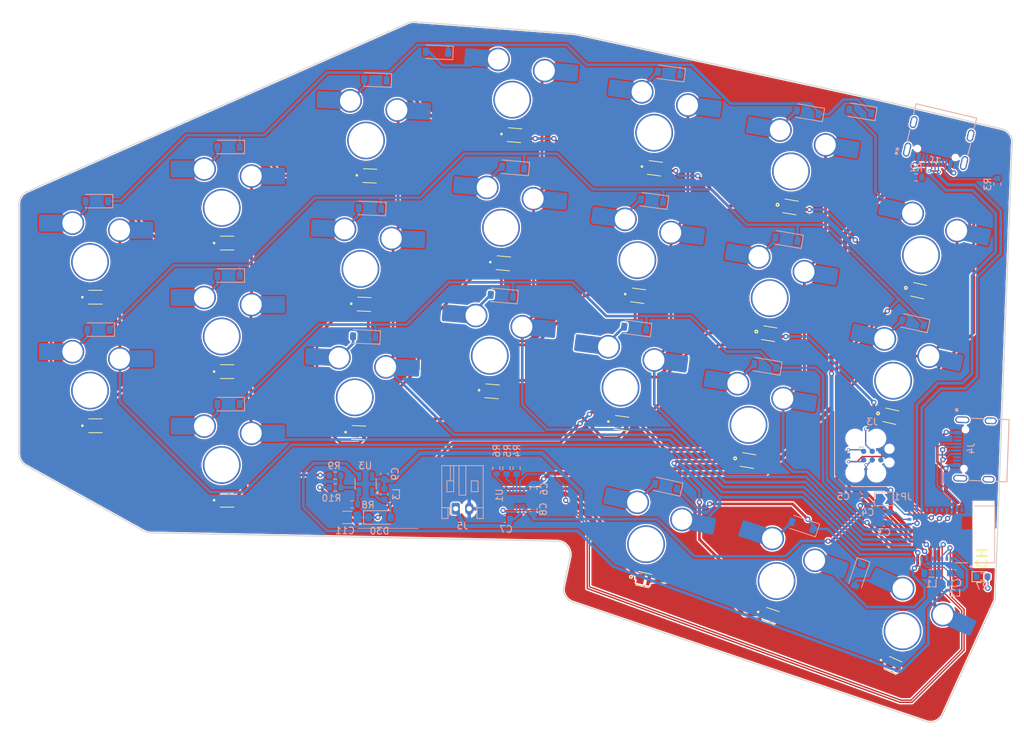
<source format=kicad_pcb>
(kicad_pcb (version 20240108) (generator "pcbnew") (generator_version "8.0")
  (title_block (title "keyboard") (rev "v1.0.0") (company "Unknown"))
  (layers (0 "F.Cu" signal) (31 "B.Cu" signal) (34 "B.Paste" user) (35 "F.Paste" user) (36 "B.SilkS" user "B.Silkscreen") (37 "F.SilkS" user "F.Silkscreen") (38 "B.Mask" user) (39 "F.Mask" user) (44 "Edge.Cuts" user))
  (net 0 "")
  (net 1 "GND")
  (net 2 "Net-(U2-DEC4)")
  (net 3 "/RESET")
  (net 4 "VDD")
  (net 5 "VDDH")
  (net 6 "VBUS")
  (net 7 "+BATT")
  (net 8 "Net-(J1-CC1)")
  (net 9 "Net-(J1-CC2)")
  (net 12 "/SWDIO")
  (net 13 "/SWCLK")
  (net 19 "Net-(U2-DCC)")
  (net 20 "Net-(L1-Pad2)")
  (net 21 "Net-(U1-ISET)")
  (net 22 "Net-(U1-ILIM{slash}VSET)")
  (net 23 "Net-(U1-TS{slash}MR)")
  (net 26 "/LED_IN")
  (net 27 "/LED_OUT")
  (net 28 "Net-(LED3-K)")
  (net 29 "Net-(LED20-K)")
  (net 30 "Net-(LED1-A)")
  (net 31 "Net-(LED1-K)")
  (net 32 "Net-(LED6-K)")
  (net 33 "Net-(LED10-K)")
  (net 34 "Net-(LED11-K)")
  (net 35 "Net-(LED10-A)")
  (net 36 "Net-(LED12-K)")
  (net 37 "Net-(LED15-K)")
  (net 38 "Net-(LED18-K)")
  (net 39 "Net-(D30-A)")
  (net 40 "Net-(D1-A)")
  (net 41 "Net-(D2-A)")
  (net 42 "Net-(D3-A)")
  (net 43 "Net-(D4-A)")
  (net 44 "Net-(D5-A)")
  (net 45 "Net-(D6-A)")
  (net 46 "Net-(D7-A)")
  (net 47 "Net-(D8-A)")
  (net 48 "Net-(D9-A)")
  (net 49 "Net-(D10-A)")
  (net 50 "Net-(D11-A)")
  (net 51 "Net-(D12-A)")
  (net 52 "Net-(D13-A)")
  (net 53 "Net-(D14-A)")
  (net 54 "Net-(D15-A)")
  (net 55 "Net-(D16-A)")
  (net 56 "Net-(D17-A)")
  (net 57 "Net-(D18-A)")
  (net 58 "Net-(D19-A)")
  (net 59 "Net-(D20-A)")
  (net 60 "Net-(D21-A)")
  (net 61 "Net-(D22-A)")
  (net 62 "Net-(LED23-A)")
  (net 64 "Net-(LED2-A)")
  (net 65 "Net-(LED3-A)")
  (net 66 "Net-(LED5-A)")
  (net 67 "Net-(LED6-A)")
  (net 68 "Net-(LED12-A)")
  (net 69 "Net-(LED11-A)")
  (net 70 "Net-(LED13-A)")
  (net 71 "Net-(LED14-A)")
  (net 72 "Net-(LED17-A)")
  (net 73 "Net-(LED20-A)")
  (net 74 "Net-(LED21-A)")
  (net 75 "/STAT2")
  (net 76 "/STAT1")
  (net 77 "/P5")
  (net 78 "/P2")
  (net 79 "/P9")
  (net 80 "/P6")
  (net 81 "/P7")
  (net 82 "/P4")
  (net 83 "/P3")
  (net 84 "/P1")
  (net 85 "/P10")
  (net 86 "/P8")
  (net 87 "/P12")
  (net 88 "/LED_PWM")
  (net 89 "/CH_LED")
  (net 90 "/UART_TX")
  (net 91 "/UART_RX")
  (net 92 "/D-")
  (net 93 "/D+")
  (footprint "ocdmk:LED_MP-2016-1100-50-90" (layer "F.Cu") (at 240.059101 150.099344 170.5)
    (property "Reference" "LED16" (hide yes))
    (property "Value" "LED" (hide yes))
  )
  (footprint "ocdmk:LED_MP-2016-1100-50-90" (layer "F.Cu") (at 262.12667 143.741164 167.5)
    (property "Reference" "LED19" (hide yes))
    (property "Value" "LED" (hide yes))
  )
  (footprint "LED_SMD:LED_0603_1608Metric" (layer "F.Cu") (at 271.5 186)
    (property "Reference" "LED23" (hide yes))
    (property "Value" "LED")
  )
  (footprint "ocdmk:LED_MP-2016-1100-50-90" (layer "F.Cu") (at 202.442297 120.758322 175)
    (property "Reference" "LED11" (hide yes))
    (property "Value" "LED" (hide yes))
  )
  (footprint "ocdmk:LED_MP-2016-1100-50-90" (layer "F.Cu") (at 240.253053 191.824757 161.5)
    (property "Reference" "LED21" (hide yes))
    (property "Value" "LED" (hide yes))
  )
  (footprint "ocdmk:LED_MP-2016-1100-50-90" (layer "F.Cu") (at 199.130379 158.61372 175)
    (property "Reference" "LED9" (hide yes))
    (property "Value" "LED" (hide yes))
  )
  (footprint "ocdmk:LED_MP-2016-1100-50-90" (layer "F.Cu") (at 243.195006 131.359917 170.5)
    (property "Reference" "LED17" (hide yes))
    (property "Value" "LED" (hide yes))
  )
  (footprint "ocdmk:LED_MP-2016-1100-50-90" (layer "F.Cu") (at 160 136.7 180)
    (property "Reference" "LED5" (hide yes))
    (property "Value" "LED" (hide yes))
  )
  (footprint "ocdmk:LED_MP-2016-1100-50-90" (layer "F.Cu") (at 236.923197 168.83877 170.5)
    (property "Reference" "LED15" (hide yes))
    (property "Value" "LED" (hide yes))
  )
  (footprint "ocdmk:LED_MP-2016-1100-50-90" (layer "F.Cu") (at 223.174807 125.650007 172.5)
    (property "Reference" "LED14" (hide yes))
    (property "Value" "LED" (hide yes))
  )
  (footprint "ocdmk:LED_MP-2016-1100-50-90" (layer "F.Cu") (at 180.251186 145.74803 177.5)
    (property "Reference" "LED7" (hide yes))
    (property "Value" "LED" (hide yes))
  )
  (footprint "ocdmk:LED_MP-2016-1100-50-90" (layer "F.Cu") (at 140.55 163.7 180)
    (property "Reference" "LED1" (hide yes))
    (property "Value" "LED" (hide yes))
  )
  (footprint "ocdmk:LED_MP-2016-1100-50-90" (layer "F.Cu") (at 221.52075 186.447751 167.5)
    (property "Reference" "LED20" (hide yes))
    (property "Value" "LED" (hide yes))
  )
  (footprint "ocdmk:LED_MP-2016-1100-50-90" (layer "F.Cu") (at 140.55 144.7 180)
    (property "Reference" "LED2" (hide yes))
    (property "Value" "LED" (hide yes))
  )
  (footprint "ocdmk:LED_MP-2016-1100-50-90" (layer "F.Cu") (at 218.214812 163.324912 172.5)
    (property "Reference" "LED12" (hide yes))
    (property "Value" "LED" (hide yes))
  )
  (footprint "ocdmk:LED_MP-2016-1100-50-90" (layer "F.Cu") (at 258.014317 162.290789 167.5)
    (property "Reference" "LED18" (hide yes))
    (property "Value" "LED" (hide yes))
  )
  (footprint "ocdmk:LED_MP-2016-1100-50-90" (layer "F.Cu") (at 200.786338 139.686021 175)
    (property "Reference" "LED10" (hide yes))
    (property "Value" "LED" (hide yes))
  )
  (footprint "ocdmk:LED_MP-2016-1100-50-90" (layer "F.Cu") (at 160 174.7 180)
    (property "Reference" "LED3" (hide yes))
    (property "Value" "LED" (hide yes))
  )
  (footprint "ocdmk:LED_MP-2016-1100-50-90" (layer "F.Cu") (at 179.422418 164.729946 177.5)
    (property "Reference" "LED6" (hide yes))
    (property "Value" "LED" (hide yes))
  )
  (footprint "ocdmk:LED_MP-2016-1100-50-90" (layer "F.Cu") (at 181.079955 126.766114 177.5)
    (property "Reference" "LED8" (hide yes))
    (property "Value" "LED" (hide yes))
  )
  (footprint "ocdmk:LED_MP-2016-1100-50-90" (layer "F.Cu") (at 258.320688 199.130366 155.5)
    (property "Reference" "LED22" (hide yes))
    (property "Value" "LED" (hide yes))
  )
  (footprint "ocdmk:LED_MP-2016-1100-50-90" (layer "F.Cu") (at 160 155.7 180)
    (property "Reference" "LED4" (hide yes))
    (property "Value" "LED" (hide yes))
  )
  (footprint "ocdmk:LED_MP-2016-1100-50-90" (layer "F.Cu") (at 220.694809 144.48746 172.5)
    (property "Reference" "LED13" (hide yes))
    (property "Value" "LED" (hide yes))
  )
  (footprint "Resistor_SMD:R_0603_1608Metric" (layer "B.Cu") (at 202.75 169.975 90)
    (property "Reference" "R4")
    (property "Value" "1k")
  )
  (footprint "Diode_SMD:D_SOD-123" (layer "B.Cu") (at 222.74657 130.435048 172.5)
    (property "Reference" "D13" (hide yes))
    (property "Value" "D" (hide yes))
  )
  (footprint "Capacitor_SMD:C_0603_1608Metric" (layer "B.Cu") (at 205.25 173.025 -90)
    (property "Reference" "C6")
    (property "Value" "1u")
  )
  (footprint "Capacitor_SMD:C_0603_1608Metric" (layer "B.Cu") (at 257 176.5 180)
    (property "Reference" "C4")
    (property "Value" "10u")
  )
  (footprint "Diode_SMD:D_SOD-123" (layer "B.Cu") (at 242.600034 136.127098 170.5)
    (property "Reference" "D16" (hide yes))
    (property "Value" "D" (hide yes))
  )
  (footprint "ceoloide:switch_gateron_ks27_ks33" (layer "B.Cu") (at 139.75 158.5 180)
    (property "Reference" "S1" (hide yes))
    (property "Value" "SW_Push" (hide yes))
  )
  (footprint "Diode_SMD:D_SOD-123" (layer "B.Cu") (at 182.5 177.25)
    (property "Reference" "D30")
    (property "Value" "D_Schottky" (hide yes))
  )
  (footprint "Capacitor_SMD:C_0603_1608Metric" (layer "B.Cu") (at 253.5 174 180)
    (property "Reference" "C5")
    (property "Value" "10u")
  )
  (footprint "Resistor_SMD:R_0603_1608Metric" (layer "B.Cu") (at 175.95 171.0625)
    (property "Reference" "R9")
    (property "Value" "10")
  )
  (footprint "Diode_SMD:D_SOD-123" (layer "B.Cu") (at 181.070391 131.570269 177.5)
    (property "Reference" "D7" (hide yes))
    (property "Value" "D" (hide yes))
  )
  (footprint "Package_TO_SOT_SMD:SOT-23-5" (layer "B.Cu") (at 180.45 172.3125 90)
    (property "Reference" "U3")
    (property "Value" "MCP1662-xOT")
  )
  (footprint "Connector:Tag-Connect_TC2030-IDC-FP_2x03_P1.27mm_Vertical" (layer "B.Cu") (at 255.27 168.115)
    (property "Reference" "J3")
    (property "Value" "Conn_ARM_SWD_TagConnect_TC2030-NL")
  )
  (footprint "Diode_SMD:D_SOD-123" (layer "B.Cu") (at 225.226568 111.597595 172.5)
    (property "Reference" "D14" (hide yes))
    (property "Value" "D" (hide yes))
  )
  (footprint "ceoloide:switch_gateron_ks27_ks33" (layer "B.Cu") (at 259.749124 194.066812 155.5)
    (property "Reference" "S22" (hide yes))
    (property "Value" "SW_Push" (hide yes))
  )
  (footprint "ceoloide:switch_gateron_ks27_ks33" (layer "B.Cu") (at 258.358767 157.040898 167.5)
    (property "Reference" "S18" (hide yes))
    (property "Value" "SW_Push" (hide yes))
  )
  (footprint "Diode_SMD:D_SOD-123" (layer "B.Cu") (at 191 108.5 177.5)
    (property "Reference" "D11" (hide yes))
    (property "Value" "D" (hide yes))
  )
  (footprint "ceoloide:switch_gateron_ks27_ks33" (layer "B.Cu") (at 200.442592 134.436084 175)
    (property "Reference" "S10" (hide yes))
    (property "Value" "SW_Push" (hide yes))
  )
  (footprint "Diode_SMD:D_SOD-123" (layer "B.Cu") (at 220.266573 149.2725 172.5)
    (property "Reference" "D12" (hide yes))
    (property "Value" "D" (hide yes))
  )
  (footprint "Jumper:SolderJumper-2_P1.3mm_Open_TrianglePad1.0x1.5mm" (layer "B.Cu") (at 257 174.5)
    (property "Reference" "JP1")
    (property "Value" "Jumper_2_Open")
  )
  (footprint "Diode_SMD:D_SOD-123" (layer "B.Cu") (at 261.283019 148.470673 167.5)
    (property "Reference" "D18" (hide yes))
    (property "Value" "D" (hide yes))
  )
  (footprint "Capacitor_SMD:C_0603_1608Metric" (layer "B.Cu") (at 257 178 180)
    (property "Reference" "C3")
    (property "Value" "1u")
  )
  (footprint "Capacitor_SMD:C_0603_1608Metric" (layer "B.Cu") (at 205.25 176.025 90)
    (property "Reference" "C8")
    (property "Value" "10u")
  )
  (footprint "Diode_SMD:D_SOD-123" (layer "B.Cu") (at 224.789452 172.627636 167.5)
    (property "Reference" "D20" (hide yes))
    (property "Value" "D" (hide yes))
  )
  (footprint "Diode_SMD:D_SOD-123" (layer "B.Cu") (at 160.2 160.5 180)
    (property "Reference" "D3" (hide yes))
    (property "Value" "D" (hide yes))
  )
  (footprint "Inductor_SMD:L_0603_1608Metric" (layer "B.Cu") (at 267.5375 187)
    (property "Reference" "L2")
    (property "Value" "15n")
  )
  (footprint "ceoloide:switch_gateron_ks27_ks33" (layer "B.Cu") (at 243.264225 126.099194 170.5)
    (property "Reference" "S17" (hide yes))
    (property "Value" "SW_Push" (hide yes))
  )
  (footprint "ceoloide:switch_gateron_ks27_ks33" (layer "B.Cu") (at 179.678768 140.518084 177.5)
    (property "Reference" "S7" (hide yes))
    (property "Value" "SW_Push" (hide yes))
  )
  (footprint "Connector_JST:JST_PH_S2B-PH-K_1x02_P2.00mm_Horizontal" (layer "B.Cu") (at 193.75 175.95)
    (property "Reference" "J5")
    (property "Value" "Conn_01x02_Pin")
  )
  (footprint "ceoloide:switch_gateron_ks27_ks33" (layer "B.Cu") (at 223.060387 120.390073 172.5)
    (property "Reference" "S14" (hide yes))
    (property "Value" "SW_Push" (hide yes))
  )
  (footprint "Diode_SMD:D_SOD-123" (layer "B.Cu") (at 140.75 130.5 180)
    (property "Reference" "D2" (hide yes))
    (property "Value" "D" (hide yes))
  )
  (footprint "Inductor_SMD:L_0603_1608Metric" (layer "B.Cu") (at 183.2 173.8125 -90)
    (property "Reference" "L3")
    (property "Value" "10u")
  )
  (footprint "Resistor_SMD:R_0603_1608Metric" (layer "B.Cu") (at 273.75 128 -90)
    (property "Reference" "R3")
    (property "Value" "5.1k")
  )
  (footprint "ceoloide:switch_gateron_ks27_ks33" (layer "B.Cu") (at 262.471119 138.491274 167.5)
    (property "Reference" "S19" (hide yes))
    (property "Value" "SW_Push" (hide yes))
  )
  (footprint "Diode_SMD:D_SOD-123" (layer "B.Cu") (at 160.2 122.5 180)
    (property "Reference" "D5" (hide yes))
    (property "Value" "D" (hide yes))
  )
  (footprint "Resistor_SMD:R_0603_1608Metric" (layer "B.Cu") (at 175.95 172.8125)
    (property "Reference" "R10")
    (property "Value" "10")
  )
  (footprint "ceoloide:switch_gateron_ks27_ks33" (layer "B.Cu") (at 180.507537 121.536168 177.5)
    (property "Reference" "S8" (hide yes))
    (property "Value" "SW_Push" (hide yes))
  )
  (footprint "Resistor_SMD:R_0603_1608Metric" (layer "B.Cu") (at 271.5 186)
    (property "Reference" "R7")
    (property "Value" "10")
  )
  (footprint "ceoloide:switch_gateron_ks27_ks33" (layer "B.Cu") (at 218.100392 158.064978 172.5)
    (property "Reference" "S12" (hide yes))
    (property "Value" "SW_Push" (hide yes))
  )
  (footprint "Resistor_SMD:R_0603_1608Metric" (layer "B.Cu") (at 201.25 169.975 90)
    (property "Reference" "R5")
    (property "Value" "18k")
  )
  (footprint "Resistor_SMD:R_0603_1608Metric" (layer "B.Cu") (at 261.75 127 180)
    (property "Reference" "R2")
    (property "Value" "5.1k")
  )
  (footprint "ceoloide:switch_gateron_ks27_ks33" (layer "B.Cu") (at 236.992416 163.578047 170.5)
    (property "Reference" "S15" (hide yes))
    (property "Value" "SW_Push" (hide yes))
  )
  (footprint "Diode_SMD:D_SOD-123" (layer "B.Cu") (at 160.2 141.5 180)
    (property "Reference" "D4" (hide yes))
    (property "Value" "D" (hide yes))
  )
  (footprint "Capacitor_SMD:C_0603_1608Metric" (layer "B.Cu") (at 267.5375 185.5)
    (property "Reference" "C1")
    (property "Value" "1u")
  )
  (footprint "Capacitor_SMD:C_1206_3216Metric" (layer "B.Cu") (at 177.75 177.25 180)
    (property "Reference" "C11")
    (property "Value" "10u")
  )
  (footprint "Diode_SMD:D_SOD-123" (layer "B.Cu") (at 141 149.5 180)
    (property "Reference" "D1" (hide yes))
    (property "Value" "D" (hide yes))
  )
  (footprint "ocdmk:SON50P250X250X80-11N" (layer "B.Cu") (at 202.75 174.5 90)
    (property "Reference" "U1")
    (property "Value" "bq25185")
  )
  (footprint "Diode_SMD:D_SOD-123" (layer "B.Cu") (at 245.735939 117.387671 170.5)
    (property "Reference" "D17" (hide yes))
    (property "Value" "D" (hide yes))
  )
  (footprint "Diode_SMD:D_SOD-123" (layer "B.Cu") (at 253.5 117.25 170.5)
    (property "Reference" "D19" (hide yes))
    (property "Value" "D" (hide yes))
  )
  (footprint "ceoloide:switch_gateron_ks27_ks33" (layer "B.Cu") (at 202.098552 115.508385 175)
    (property "Reference" "S11" (hide yes))
    (property "Value" "SW_Push" (hide yes))
  )
  (footprint "Resistor_SMD:R_0603_1608Metric" (layer "B.Cu") (at 199.75 169.975 90)
    (property "Reference" "R6")
    (property "Value" "10k")
  )
  (footprint "Diode_SMD:D_SOD-123" (layer "B.Cu") (at 200.56723 144.485187 175)
    (property "Reference" "D9" (hide yes))
    (property "Value" "D" (hide yes))
  )
  (footprint "ceoloide:switch_gateron_ks27_ks33" (layer "B.Cu") (at 221.865199 181.197861 167.5)
    (property "Reference" "S20" (hide yes))
    (property "Value" "SW_Push" (hide yes))
  )
  (footprint "Diode_SMD:D_SOD-123" (layer "B.Cu") (at 244.948444 178.422022 161.5)
    (property "Reference" "D21" (hide yes))
    (property "Value" "D" (hide yes))
  )
  (footprint "ceoloide:switch_gateron_ks27_ks33" (layer "B.Cu") (at 240.12832 144.838621 170.5)
    (property "Reference" "S16" (hide yes))
    (property "Value" "SW_Push" (hide yes))
  )
  (footprint "ocdmk:12402012E212A_AMP" (layer "B.Cu") (at 271.520299 167.25 -92.142)
    (property "Reference" "J4")
    (property "Value" "USB_C_Receptacle_USB2.0_16P")
  )
  (footprint "ceoloide:switch_gateron_ks27_ks33" (layer "B.Cu") (at 220.58039 139.227525 172.5)
    (property "Reference" "S13" (hide yes))
    (property "Value" "SW_Push" (hide yes))
  )
  (footprint "Diode_SMD:D_SOD-123" (layer "B.Cu") (at 202.223189 125.557488 175)
    (property "Reference" "D10" (hide yes))
    (property "Value" "D" (hide yes))
  )
  (footprint "ceoloide:switch_gateron_ks27_ks33" (layer "B.Cu") (at 198.786633 153.363783 175)
    (property "Reference" "S9" (hide yes))
    (property "Value" "SW_Push" (hide yes))
  )
  (footprint "Diode_SMD:D_SOD-123" (layer "B.Cu") (at 181.89916 112.588353 177.5)
    (property "Reference" "D8" (hide yes))
    (property "Value" "D" (hide yes))
  )
  (footprint "ocdmk:XCVR_MDBT50-512K" (layer "B.Cu") (at 266.75 179.75 90)
    (property "Reference" "U2" (hide yes))
    (property "Value" "MDBT50-512K")
  )
  (footprint "Diode_SMD:D_SOD-123" (layer "B.Cu") (at 253.25 185.75 -108.5)
    (property "Reference" "D22" (hide yes))
    (property "Value" "D" (hide yes))
  )
  (footprint "Inductor_SMD:L_0805_2012Metric" (layer "B.Cu") (at 264.0375 185.5)
    (property "Reference" "L1")
    (property "Value" "10u")
  )
  (footprint "ceoloide:switch_gateron_ks27_ks33" (layer "B.Cu") (at 139.75 139.5 180)
    (property "Reference" "S2" (hide yes))
    (property "Value" "SW_Push" (hide yes))
  )
  (footprint "ocdmk:12402012E212A_AMP" (layer "B.Cu") (at 265.338404 120.865358 -13.295)
    (property "Reference" "J1")
    (property "Value" "USB_C_Receptacle_USB2.0_16P")
  )
  (footprint "ceoloide:switch_gateron_ks27_ks33" (layer "B.Cu") (at 159.2 131.5 180)
    (property "Reference" "S5" (hide yes))
    (property "Value" "SW_Push" (hide yes))
  )
  (footprint "ceoloide:switch_gateron_ks27_ks33" (layer "B.Cu") (at 159.2 169.5 180)
    (property "Reference" "S3" (hide yes))
    (property "Value" "SW_Push" (hide yes))
  )
  (footprint "ceoloide:switch_gateron_ks27_ks33" (layer "B.Cu") (at 178.85 159.5 177.5)
    (property "Reference" "S6" (hide yes))
    (property "Value" "SW_Push" (hide yes))
  )
  (footprint "Capacitor_SMD:C_0603_1608Metric" (layer "B.Cu") (at 183.2 170.8125 90)
    (property "Reference" "C9")
    (property "Value" "4u7")
  )
  (footprint "ceoloide:switch_gateron_ks27_ks33" (layer "B.Cu") (at 241.144378 186.63963 161.5)
    (property "Reference" "S21" (hide yes))
    (property "Value" "SW_Push" (hide yes))
  )
  (footprint "Diode_SMD:D_SOD-123" (layer "B.Cu") (at 239.46413 154.866524 170.5)
    (property "Reference" "D15" (hide yes))
    (property "Value" "D" (hide yes))
  )
  (footprint "ceoloide:switch_gateron_ks27_ks33" (layer "B.Cu") (at 159.2 150.5 180)
    (property "Reference" "S4" (hide yes))
    (property "Value" "SW_Push" (hide yes))
  )
  (footprint "Resistor_SMD:R_0603_1608Metric" (layer "B.Cu") (at 178.45 175.3125 180)
    (property "Reference" "R8")
    (property "Value" "10")
  )
  (footprint "Capacitor_SMD:C_0603_1608Metric" (layer "B.Cu") (at 201 177.475 180)
    (property "Reference" "C7")
    (property "Value" "1u")
  )
  (footprint "Diode_SMD:D_SOD-123" (layer "B.Cu") (at 180.241623 150.552185 177.5)
    (property "Reference" "D6" (hide yes))
    (property "Value" "D" (hide yes))
  )
  (gr_arc (start 130.278714 169.571508) (mid 129.526258 168.837449) (end 129.25 167.823193) (stroke (width 0.15)) (layer "Edge.Cuts"))
  (gr_arc (start 208.719235 180.745255) (mid 210.246646 181.50402) (end 210.633472 183.165095) (stroke (width 0.15)) (layer "Edge.Cuts"))
  (gr_arc (start 211.243075 105.770026) (mid 211.381028 105.785227) (end 211.517595 105.809956) (stroke (width 0.15)) (layer "Edge.Cuts"))
  (gr_line (start 255.707269 115.406672) (end 274.4 119.823948) (stroke (width 0.15)) (layer "Edge.Cuts"))
  (gr_line (start 129.25 167.823193) (end 129.25 130.931135) (stroke (width 0.15)) (layer "Edge.Cuts"))
  (gr_line (start 208.719235 180.745256) (end 148.646268 179.510203) (stroke (width 0.15)) (layer "Edge.Cuts"))
  (gr_line (start 147.716092 179.25894) (end 130.278714 169.571508) (stroke (width 0.15)) (layer "Edge.Cuts"))
  (gr_arc (start 274.4 119.823948) (mid 275.648959 120.70295) (end 275.913407 122.207155) (stroke (width 0.15)) (layer "Edge.Cuts"))
  (gr_arc (start 148.646268 179.510203) (mid 148.165824 179.441419) (end 147.716092 179.25894) (stroke (width 0.15)) (layer "Edge.Cuts"))
  (gr_line (start 263.23812 207.397141) (end 211.031073 189.747553) (stroke (width 0.15)) (layer "Edge.Cuts"))
  (gr_arc (start 186.701185 104.163262) (mid 187.17113 104.02088) (end 187.661603 103.997305) (stroke (width 0.15)) (layer "Edge.Cuts"))
  (gr_arc (start 265.698568 206.331871) (mid 264.673281 207.33788) (end 263.23812 207.397141) (stroke (width 0.15)) (layer "Edge.Cuts"))
  (gr_line (start 273.4 189.4) (end 265.698568 206.33187) (stroke (width 0.15)) (layer "Edge.Cuts"))
  (gr_line (start 209.716252 187.432634) (end 210.633472 183.165095) (stroke (width 0.15)) (layer "Edge.Cuts"))
  (gr_arc (start 255.692349 115.403372) (mid 255.699812 115.405008) (end 255.707269 115.406672) (stroke (width 0.15)) (layer "Edge.Cuts"))
  (gr_line (start 211.517595 105.809956) (end 255.69235 115.403372) (stroke (width 0.15)) (layer "Edge.Cuts"))
  (gr_line (start 187.661603 103.997305) (end 211.243075 105.770026) (stroke (width 0.15)) (layer "Edge.Cuts"))
  (gr_arc (start 129.25 130.931135) (mid 129.573548 129.84049) (end 130.439507 129.10272) (stroke (width 0.15)) (layer "Edge.Cuts"))
  (gr_line (start 130.439507 129.10272) (end 186.701184 104.163263) (stroke (width 0.15)) (layer "Edge.Cuts"))
  (gr_arc (start 211.031073 189.747554) (mid 209.932535 188.840645) (end 209.716252 187.432634) (stroke (width 0.15)) (layer "Edge.Cuts"))
  (gr_line (start 275.913407 122.207155) (end 273.4 189.4) (stroke (width 0.15)) (layer "Edge.Cuts"))
  (gr_text "CH\n" (at 272.4 185 90) (layer "F.SilkS") (effects (font (size 1.5 1.5) (thickness 0.3) (bold yes)) (justify left bottom)))
  (segment (start 266.7625 185.25) (end 266.5375 185.25) (width 0.4) (layer "B.Cu") (net 2))
  (segment (start 262.55 183.85) (end 262.55 183.35) (width 0.2) (layer "B.Cu") (net 2))
  (segment (start 265.8625 184.6) (end 266.7625 185.5) (width 0.2) (layer "B.Cu") (net 2))
  (segment (start 268.325 186.736196) (end 267.088804 185.5) (width 0.2) (layer "B.Cu") (net 2))
  (segment (start 267.088804 185.5) (end 266.7625 185.5) (width 0.2) (layer "B.Cu") (net 2))
  (segment (start 263.3 184.6) (end 262.55 183.85) (width 0.2) (layer "B.Cu") (net 2))
  (segment (start 265.8625 184.6) (end 263.3 184.6) (width 0.2) (layer "B.Cu") (net 2))
  (segment (start 268.325 187) (end 268.325 186.736196) (width 0.2) (layer "B.Cu") (net 2))
  (segment (start 260.25 167.75) (end 260.25 174.25) (width 0.2) (layer "F.Cu") (net 3))
  (segment (start 260.25 174.25) (end 263.2913 177.2913) (width 0.2) (layer "F.Cu") (net 3))
  (segment (start 254.3 164.2) (end 254.46645 164.03355) (width 0.2) (layer "F.Cu") (net 3))
  (segment (start 263.2913 177.2913) (end 264 177.2913) (width 0.2) (layer "F.Cu") (net 3))
  (segment (start 254.46645 164.03355) (end 256.543489 164.03355) (width 0.2) (layer "F.Cu") (net 3))
  (segment (start 257.44645 164.94645) (end 260.25 167.75) (width 0.2) (layer "F.Cu") (net 3))
  (segment (start 256.543489 164.03355) (end 257.44645 164.936511) (width 0.2) (layer "F.Cu") (net 3))
  (segment (start 257.44645 164.936511) (end 257.44645 164.94645) (width 0.2) (layer "F.Cu") (net 3))
  (via (at 254.3 164.2) (size 0.5) (drill 0.3) (layers "F.Cu" "B.Cu") (net 3))
  (via (at 264 177.2913) (size 0.8) (drill 0.4) (layers "F.Cu" "B.Cu") (net 3))
  (segment (start 264 177.2913) (end 264.81 176.4813) (width 0.2) (layer "B.Cu") (net 3))
  (segment (start 254.3 164.2) (end 254.3 166.51) (width 0.2) (layer "B.Cu") (net 3))
  (segment (start 264.81 176.4813) (end 264.81 176.15) (width 0.2) (layer "B.Cu") (net 3))
  (segment (start 254.3 166.51) (end 255.27 167.48) (width 0.2) (layer "B.Cu") (net 3))
  (segment (start 259.25 173.284709) (end 258.488741 172.52345) (width 0.2) (layer "F.Cu") (net 4))
  (segment (start 258.488741 172.52345) (end 252.37732 172.52345) (width 0.2) (layer "F.Cu") (net 4))
  (segment (start 261.887096 178.112904) (end 261.887096 177.637096) (width 0.2) (layer "F.Cu") (net 4))
  (segment (start 251.17 171.31613) (end 251.17 167.83) (width 0.2) (layer "F.Cu") (net 4))
  (segment (start 261.887096 177.637096) (end 259.25 175) (width 0.2) (layer "F.Cu") (net 4))
  (segment (start 259.25 174.25) (end 259.25 173.284709) (width 0.2) (layer "F.Cu") (net 4))
  (segment (start 259.25 175) (end 259.25 174.25) (width 0.2) (layer "F.Cu") (net 4))
  (segment (start 252.37732 172.52345) (end 251.17 171.31613) (width 0.2) (layer "F.Cu") (net 4))
  (segment (start 251.17 167.83) (end 251.625 167.375) (width 0.2) (layer "F.Cu") (net 4))
  (via (at 251.75 167.25) (size 0.5) (drill 0.3) (layers "F.Cu" "B.Cu") (net 4))
  (via (at 261.887096 178.112904) (size 0.8) (drill 0.4) (layers "F.Cu" "B.Cu") (net 4))
  (segment (start 258.045 178.27) (end 260.75 178.27) (width 0.2) (layer "B.Cu") (net 4))
  (segment (start 261.267096 178.112904) (end 261.11 178.27) (width 0.2) (layer "B.Cu") (net 4))
  (segment (start 251.75 167.25) (end 253.77 167.25) (width 0.2) (layer "B.Cu") (net 4))
  (segment (start 257.775 178) (end 258.045 178.27) (width 0.2) (layer "B.Cu") (net 4))
  (segment (start 261.11 178.27) (end 260.75 178.27) (width 0.2) (layer "B.Cu") (net 4))
  (segment (start 253.77 167.25) (end 254 167.48) (width 0.2) (layer "B.Cu") (net 4))
  (segment (start 261.887096 178.112904) (end 261.267096 178.112904) (width 0.2) (layer "B.Cu") (net 4))
  (segment (start 253.5 175.5) (end 253.5 176.5) (width 0.4) (layer "F.Cu") (net 5))
  (segment (start 253.5 176.5) (end 249.25 180.75) (width 0.4) (layer "F.Cu") (net 5))
  (segment (start 249.25 180.75) (end 248.75 180.75) (width 0.4) (layer "F.Cu") (net 5))
  (via (at 248.75 180.75) (size 0.8) (drill 0.4) (layers "F.Cu" "B.Cu") (net 5))
  (via (at 253.5 175.5) (size 0.8) (drill 0.4) (layers "F.Cu" "B.Cu") (net 5))
  (segment (start 260.75 177.53) (end 259.78 177.53) (width 0.2) (layer "B.Cu") (net 5))
  (segment (start 259.78 177.53) (end 258.75 176.5) (width 0.2) (layer "B.Cu") (net 5))
  (segment (start 181.8125 171.5875) (end 181.4 171.175) (width 0.4) (layer "B.Cu") (net 5))
  (segment (start 253.5 175.5) (end 253.75 175.25) (width 0.4) (layer "B.Cu") (net 5))
  (segment (start 184.45 171.8125) (end 183.425 171.8125) (width 0.6) (layer "B.Cu") (net 5))
  (segment (start 212.25 177.5) (end 205.3 177.5) (width 0.4) (layer "B.Cu") (net 5))
  (segment (start 229 183) (end 242.5 183) (width 0.4) (layer "B.Cu") (net 5))
  (segment (start 253.75 175.25) (end 256.502242 175.25) (width 0.4) (layer "B.Cu") (net 5))
  (segment (start 212.25 177.5) (end 223.5 177.5) (width 0.4) (layer "B.Cu") (net 5))
  (segment (start 258.75 176.5) (end 257.775 176.5) (width 0.2) (layer "B.Cu") (net 5))
  (segment (start 242.5 183) (end 244.75 180.75) (width 0.4) (layer "B.Cu") (net 5))
  (segment (start 183.2 173.025) (end 183.2 171.5875) (width 0.4) (layer "B.Cu") (net 5))
  (segment (start 188.5125 167.75) (end 184.45 171.8125) (width 0.6) (layer "B.Cu") (net 5))
  (segment (start 205.25 176.8) (end 204.825 176.8) (width 0.4) (layer "B.Cu") (net 5))
  (segment (start 212.25 177.5) (end 212.25 173.5) (width 0.6) (layer "B.Cu") (net 5))
  (segment (start 205.3 176.75) (end 205.25 176.8) (width 0.4) (layer "B.Cu") (net 5))
  (segment (start 223.5 177.5) (end 229 183) (width 0.4) (layer "B.Cu") (net 5))
  (segment (start 244.75 180.75) (end 248.75 180.75) (width 0.4) (layer "B.Cu") (net 5))
  (segment (start 183.425 171.8125) (end 183.2 171.5875) (width 0.6) (layer "B.Cu") (net 5))
  (segment (start 183.2 171.5875) (end 181.8125 171.5875) (width 0.4) (layer "B.Cu") (net 5))
  (segment (start 205.3 177.5) (end 205.25 177.45) (width 0.4) (layer "B.Cu") (net 5))
  (segment (start 212.25 173.5) (end 206.5 167.75) (width 0.6) (layer "B.Cu") (net 5))
  (segment (start 204.825 176.8) (end 203.8 175.775) (width 0.4) (layer "B.Cu") (net 5))
  (segment (start 256.502242 175.25) (end 257.752242 176.5) (width 0.4) (layer "B.Cu") (net 5))
  (segment (start 205.25 177.45) (end 205.25 176.8) (width 0.4) (layer "B.Cu") (net 5))
  (segment (start 206.5 167.75) (end 188.5125 167.75) (width 0.6) (layer "B.Cu") (net 5))
  (segment (start 266.35 179.25) (end 261 179.25) (width 0.6) (layer "F.Cu") (net 6))
  (segment (start 261.375 125.125) (end 261.625 125.125) (width 0.6) (layer "F.Cu") (net 6))
  (segment (start 264.872599 169) (end 265.872599 170) (width 0.4) (layer "F.Cu") (net 6))
  (segment (start 207.55 170.75) (end 206.75 171.55) (width 0.6) (layer "F.Cu") (net 6))
  (segment (start 265.872599 170) (end 266.149599 170) (width 0.4) (layer "F.Cu") (net 6))
  (segment (start 257.994715 176.244715) (end 257.994715 173.21345) (width 0.6) (layer "F.Cu") (net 6))
  (segment (start 249.25 145.25) (end 251.25 143.25) (width 0.6) (layer "F.Cu") (net 6))
  (segment (start 261 179.25) (end 257.994715 176.244715) (width 0.6) (layer "F.Cu") (net 6))
  (segment (start 249.25 161) (end 239.5 170.75) (width 0.6) (layer "F.Cu") (net 6))
  (segment (start 249.25 156) (end 249.25 145.25) (width 0.6) (layer "F.Cu") (net 6))
  (segment (start 267.4 174.99655) (end 267.4 178.2) (width 0.6) (layer "F.Cu") (net 6))
  (segment (start 239.5 170.75) (end 207.55 170.75) (width 0.6) (layer "F.Cu") (net 6))
  (segment (start 261.625 125.125) (end 265.875 125.125) (width 0.6) (layer "F.Cu") (net 6))
  (segment (start 266.2 164.65) (end 264.872599 165.977401) (width 0.4) (layer "F.Cu") (net 6))
  (segment (start 267.869149 174.99655) (end 266.149599 173.277) (width 0.6) (layer "F.Cu") (net 6))
  (segment (start 264.872599 165.977401) (end 264.872599 169) (width 0.4) (layer "F.Cu") (net 6))
  (segment (start 249.25 156) (end 249.25 161) (width 0.6) (layer "F.Cu") (net 6))
  (segment (start 267.4 178.2) (end 266.35 179.25) (width 0.6) (layer "F.Cu") (net 6))
  (segment (start 267.072966 126.322966) (end 267.3 126.322966) (width 0.6) (layer "F.Cu") (net 6))
  (segment (start 251.25 143.25) (end 251.25 135.25) (width 0.6) (layer "F.Cu") (net 6))
  (segment (start 266.149599 173.277) (end 266.149599 170) (width 0.6) (layer "F.Cu") (net 6))
  (segment (start 251.25 135.25) (end 261.375 125.125) (width 0.6) (layer "F.Cu") (net 6))
  (segment (start 265.875 125.125) (end 267.072966 126.322966) (width 0.6) (layer "F.Cu") (net 6))
  (via (at 266.149599 170) (size 0.8) (drill 0.4) (layers "F.Cu" "B.Cu") (net 6))
  (via (at 267.3 126.322966) (size 0.8) (drill 0.4) (layers "F.Cu" "B.Cu") (net 6))
  (via (at 266.2 164.65) (size 0.8) (drill 0.4) (layers "F.Cu" "B.Cu") (net 6))
  (via (at 257.994715 173.21345) (size 0.8) (drill 0.4) (layers "F.Cu" "B.Cu") (net 6))
  (via (at 249.25 156) (size 0.8) (drill 0.4) (layers "F.Cu" "B.Cu") (net 6))
  (via (at 261.625 125.125) (size 0.8) (drill 0.4) (layers "F.Cu" "B.Cu") (net 6))
  (via (at 206.75 171.55) (size 0.8) (drill 0.4) (layers "F.Cu" "B.Cu") (net 6))
  (segment (start 267.942267 164.714495) (end 266.264495 164.714495) (width 0.4) (layer "B.Cu") (net 6))
  (segment (start 251.025 173.025) (end 254.25 173.025) (width 0.6) (layer "B.Cu") (net 6))
  (segment (start 257.994715 173.21345) (end 257.779903 173.428262) (width 0.6) (layer "B.Cu") (net 6))
  (segment (start 249.25 171.25) (end 251.025 173.025) (width 0.6) (layer "B.Cu") (net 6))
  (segment (start 206.75 171.55) (end 206.05 172.25) (width 0.6) (layer "B.Cu") (net 6))
  (segment (start 205.25 172.25) (end 204.775 172.25) (width 0.4) (layer "B.Cu") (net 6))
  (segment (start 260.54 176.79) (end 260.5 176.75) (width 0.2) (layer "B.Cu") (net 6))
  (segment (start 262.158686 123.885374) (end 261.9 124.9) (width 0.5) (layer "B.Cu") (net 6))
  (segment (start 260.04 176.79) (end 257.75 174.5) (width 0.2) (layer "B.Cu") (net 6))
  (segment (start 260.75 176.79) (end 260.54 176.79) (width 0.2) (layer "B.Cu") (net 6))
  (segment (start 206.05 172.25) (end 205.25 172.25) (width 0.6) (layer "B.Cu") (net 6))
  (segment (start 266.638458 169.511141) (end 267.762861 169.511141) (width 0.4) (layer "B.Cu") (net 6))
  (segment (start 204.775 172.25) (end 203.8 173.225) (width 0.4) (layer "B.Cu") (net 6))
  (segment (start 254.275 173.05) (end 254.25 173.025) (width 0.6) (layer "B.Cu") (net 6))
  (segment (start 266.264495 164.714495) (end 266.2 164.65) (width 0.4) (layer "B.Cu") (net 6))
  (segment (start 257.75 174.5) (end 257.725 174.5) (width 0.2) (layer "B.Cu") (net 6))
  (segment (start 260.75 176.79) (end 260.04 176.79) (width 0.2) (layer "B.Cu") (net 6))
  (segment (start 257.275 173.025) (end 254.25 173.025) (width 0.6) (layer "B.Cu") (net 6))
  (segment (start 249.25 156) (end 249.25 171.25) (width 0.6) (layer "B.Cu") (net 6))
  (segment (start 266.6 126) (end 267.3 126.322966) (width 0.5) (layer "B.Cu") (net 6))
  (segment (start 266.149599 170) (end 266.638458 169.511141) (width 0.4) (layer "B.Cu") (net 6))
  (segment (start 257.779903 173.428262) (end 257.779903 173.529903) (width 0.6) (layer "B.Cu") (net 6))
  (segment (start 257.779903 173.529903) (end 257.275 173.025) (width 0.6) (layer "B.Cu") (net 6))
  (segment (start 254.275 174) (end 254.275 173.05) (width 0.6) (layer "B.Cu") (net 6))
  (segment (start 266.830042 124.989205) (end 266.6 126) (width 0.5) (layer "B.Cu") (net 6))
  (segment (start 201.775 178.125) (end 201.4 178.5) (width 0.6) (layer "B.Cu") (net 7))
  (segment (start 202.475 177.475) (end 203.25 176.7) (width 0.4) (layer "B.Cu") (net 7))
  (segment (start 203.25 176.7) (end 203.25 176.55) (width 0.4) (layer "B.Cu") (net 7))
  (segment (start 201.775 177.475) (end 202.475 177.475) (width 0.4) (layer "B.Cu") (net 7))
  (segment (start 195 178.5) (end 193.75 175.95) (width 0.6) (layer "B.Cu") (net 7))
  (segment (start 201.775 177.475) (end 201.775 178.125) (width 0.6) (layer "B.Cu") (net 7))
  (segment (start 201.4 178.5) (end 195 178.5) (width 0.6) (layer "B.Cu") (net 7))
  (segment (start 203.25 176.55) (end 203.25 175.725) (width 0.2) (layer "B.Cu") (net 7))
  (segment (start 263.05 124.95) (end 263.277866 124.149834) (width 0.2) (layer "B.Cu") (net 8))
  (segment (start 262.575 125.425) (end 263.05 124.95) (width 0.2) (layer "B.Cu") (net 8))
  (segment (start 262.575 127) (end 262.575 125.425) (width 0.2) (layer "B.Cu") (net 8))
  (segment (start 266.025 125.6) (end 266.197462 124.839728) (width 0.2) (layer "B.Cu") (net 9))
  (segment (start 266.025 126.475) (end 266.025 125.6) (width 0.2) (layer "B.Cu") (net 9))
  (segment (start 273.675 127.25) (end 266.8 127.25) (width 0.2) (layer "B.Cu") (net 9))
  (segment (start 266.8 127.25) (end 266.025 126.475) (width 0.2) (layer "B.Cu") (net 9))
  (segment (start 273.75 127.175) (end 273.675 127.25) (width 0.2) (layer "B.Cu") (net 9))
  (segment (start 259 168.25) (end 259.904 169.154) (width 0.2) (layer "F.Cu") (net 12))
  (segment (start 253.046092 169) (end 253.796092 168.25) (width 0.2) (layer "F.Cu") (net 12))
  (segment (start 264.6187 177.9813) (end 265.2 177.4) (width 0.2) (layer "F.Cu") (net 12))
  (segment (start 263.518852 177.9813) (end 264.6187 177.9813) (width 0.2) (layer "F.Cu") (net 12))
  (segment (start 253.796092 168.25) (end 259 168.25) (width 0.2) (layer "F.Cu") (net 12))
  (segment (start 251.75 169) (end 253.046092 169) (width 0.2) (layer "F.Cu") (net 12))
  (segment (start 259.904 169.154) (end 259.904 174.366448) (width 0.2) (layer "F.Cu") (net 12))
  (segment (start 259.904 174.366448) (end 263.518852 177.9813) (width 0.2) (layer "F.Cu") (net 12))
  (via (at 265.2 177.4) (size 0.8) (drill 0.4) (layers "F.Cu" "B.Cu") (net 12))
  (via (at 251.75 169) (size 0.5) (drill 0.3) (layers "F.Cu" "B.Cu") (net 12))
  (segment (start 266.29 176.51) (end 266.29 176.15) (width 0.2) (layer "B.Cu") (net 12))
  (segment (start 265.4 177.4) (end 266.29 176.51) (width 0.2) (layer "B.Cu") (net 12))
  (segment (start 265.2 177.4) (end 265.4 177.4) (width 0.2) (layer "B.Cu") (net 12))
  (segment (start 251.75 169) (end 253.75 169) (width 0.2) (layer "B.Cu") (net 12))
  (segment (start 253.75 169) (end 254 168.75) (width 0.2) (layer "B.Cu") (net 12))
  (segment (start 255.19645 172.19645) (end 258.69645 172.19645) (width 0.2) (layer "F.Cu") (net 13))
  (segment (start 254.36355 169.5) (end 254.36355 171.36355) (width 0.2) (layer "F.Cu") (net 13))
  (segment (start 265.4917 178.3083) (end 266.4 177.4) (width 0.2) (layer "F.Cu") (net 13))
  (segment (start 259.577 173.077) (end 259.577 174.577) (width 0.2) (layer "F.Cu") (net 13))
  (segment (start 254.36355 171.36355) (end 255.19645 172.19645) (width 0.2) (layer "F.Cu") (net 13))
  (segment (start 263.3083 178.3083) (end 265.4917 178.3083) (width 0.2) (layer "F.Cu") (net 13))
  (segment (start 259.577 174.577) (end 263.3083 178.3083) (width 0.2) (layer "F.Cu") (net 13))
  (segment (start 258.69645 172.19645) (end 259.577 173.077) (width 0.2) (layer "F.Cu") (net 13))
  (via (at 266.4 177.4) (size 0.8) (drill 0.4) (layers "F.Cu" "B.Cu") (net 13))
  (via (at 254.36355 169.5) (size 0.5) (drill 0.3) (layers "F.Cu" "B.Cu") (net 13))
  (segment (start 266.4 177.4) (end 267.03 176.77) (width 0.2) (layer "B.Cu") (net 13))
  (segment (start 267.03 176.77) (end 267.03 176.15) (width 0.2) (layer "B.Cu") (net 13))
  (segment (start 254.36355 169.5) (end 254.52 169.5) (width 0.2) (layer "B.Cu") (net 13))
  (segment (start 254.52 169.5) (end 255.27 168.75) (width 0.2) (layer "B.Cu") (net 13))
  (segment (start 261.9375 183.4375) (end 261.85 183.35) (width 0.2) (layer "B.Cu") (net 19))
  (segment (start 262.975 185.225) (end 261.85 184.1) (width 0.2) (layer "B.Cu") (net 19))
  (segment (start 262.975 185.5) (end 262.975 185.225) (width 0.2) (layer "B.Cu") (net 19))
  (segment (start 261.85 184.1) (end 261.85 183.35) (width 0.2) (layer "B.Cu") (net 19))
  (segment (start 265.1 185.5) (end 265.25 185.5) (width 0.2) (layer "B.Cu") (net 20))
  (segment (start 265.25 185.5) (end 266.75 187) (width 0.2) (layer "B.Cu") (net 20))
  (segment (start 202.75 173.275) (end 202.75 170.85) (width 0.2) (layer "B.Cu") (net 21))
  (segment (start 202.25 172.55) (end 201.25 171.55) (width 0.2) (layer "B.Cu") (net 22))
  (segment (start 201.25 171.55) (end 201.25 170.85) (width 0.2) (layer "B.Cu") (net 22))
  (segment (start 202.25 173.275) (end 202.25 172.55) (width 0.2) (layer "B.Cu") (net 22))
  (segment (start 201.75 173.275) (end 199.75 171.275) (width 0.2) (layer "B.Cu") (net 23))
  (segment (start 240.907307 150.241285) (end 240.907307 150.966227) (width 0.4) (layer "F.Cu") (net 26))
  (segment (start 242.5 150.5) (end 241.166022 150.5) (width 0.4) (layer "F.Cu") (net 26))
  (segment (start 182.25 177.25) (end 193.277 166.223) (width 0.4) (layer "F.Cu") (net 26))
  (segment (start 222.5 161.75) (end 222.473 161.723) (width 0.4) (layer "F.Cu") (net 26))
  (segment (start 256.896458 163.396458) (end 255.5 162) (width 0.4) (layer "F.Cu") (net 26))
  (segment (start 255.5 162) (end 255.5 160.25) (width 0.4) (layer "F.Cu") (net 26))
  (segment (start 241.166022 150.5) (end 240.907307 150.241285) (width 0.4) (layer "F.Cu") (net 26))
  (segment (start 240.907307 150.966227) (end 240.123534 151.75) (width 0.4) (layer "F.Cu") (net 26))
  (segment (start 258.853932 163.123755) (end 258.581229 163.396458) (width 0.4) (layer "F.Cu") (net 26))
  (segment (start 222.473 161.723) (end 213.777 161.723) (width 0.4) (layer "F.Cu") (net 26))
  (segment (start 232.5 151.75) (end 222.5 161.75) (width 0.4) (layer "F.Cu") (net 26))
  (segment (start 240.123534 151.75) (end 232.5 151.75) (width 0.4) (layer "F.Cu") (net 26))
  (segment (start 193.277 166.223) (end 209.223 166.223) (width 0.4) (layer "F.Cu") (net 26))
  (segment (start 209.223 166.223) (end 212.071 163.375) (width 0.4) (layer "F.Cu") (net 26))
  (segment (start 212.071 163.375) (end 212.125 163.375) (width 0.4) (layer "F.Cu") (net 26))
  (segment (start 213.777 161.723) (end 213.5 162) (width 0.4) (layer "F.Cu") (net 26))
  (segment (start 258.853932 162.476927) (end 258.853932 163.123755) (width 0.4) (layer "F.Cu") (net 26))
  (segment (start 258.581229 163.396458) (end 256.896458 163.396458) (width 0.4) (layer "F.Cu") (net 26))
  (via (at 255.5 160.25) (size 0.8) (drill 0.4) (layers "F.Cu" "B.Cu") (net 26))
  (via (at 242.5 150.5) (size 0.8) (drill 0.4) (layers "F.Cu" "B.Cu") (net 26))
  (via (at 182.25 177.25) (size 0.8) (drill 0.4) (layers "F.Cu" "B.Cu") (net 26))
  (via (at 213.5 162) (size 0.8) (drill 0.4) (layers "F.Cu" "B.Cu") (net 26))
  (via (at 212.125 163.375) (size 0.8) (drill 0.4) (layers "F.Cu" "B.Cu") (net 26))
  (segment (start 245.75 150.5) (end 242.5 150.5) (width 0.4) (layer "B.Cu") (net 26))
  (segment (start 182.25 177.25) (end 180.85 177.25) (width 0.4) (layer "B.Cu") (net 26))
  (segment (start 213.5 162) (end 212.125 163.375) (width 0.4) (layer "B.Cu") (net 26))
  (segment (start 180.85 177.25) (end 179.6625 177.25) (width 0.4) (layer "B.Cu") (net 26))
  (segment (start 179.6625 177.25) (end 179.225 176.8125) (width 0.4) (layer "B.Cu") (net 26))
  (segment (start 255.5 160.25) (end 245.75 150.5) (width 0.4) (layer "B.Cu") (net 26))
  (segment (start 179.275 173.675) (end 179.5 173.45) (width 0.4) (layer "B.Cu") (net 27))
  (segment (start 176.775 171.0625) (end 176.775 172.8125) (width 0.4) (layer "B.Cu") (net 27))
  (segment (start 179.275 175.3125) (end 179.275 173.675) (width 0.4) (layer "B.Cu") (net 27))
  (segment (start 176.775 172.8125) (end 178.8625 172.8125) (width 0.4) (layer "B.Cu") (net 27))
  (segment (start 178.8625 172.8125) (end 179.5 173.45) (width 0.4) (layer "B.Cu") (net 27))
  (segment (start 173.75 171) (end 167.75 171) (width 0.4) (layer "F.Cu") (net 28))
  (segment (start 159.4 175.415) (end 159.4 174.7) (width 0.4) (layer "F.Cu") (net 28))
  (segment (start 162.5 176.25) (end 160.235 176.25) (width 0.4) (layer "F.Cu") (net 28))
  (segment (start 160.235 176.25) (end 159.4 175.415) (width 0.4) (layer "F.Cu") (net 28))
  (segment (start 167.75 171) (end 162.5 176.25) (width 0.4) (layer "F.Cu") (net 28))
  (via (at 173.75 171) (size 0.8) (drill 0.4) (layers "F.Cu" "B.Cu") (net 28))
  (segment (start 175.0625 171) (end 175.125 171.0625) (width 0.4) (layer "B.Cu") (net 28))
  (segment (start 173.75 171) (end 175.0625 171) (width 0.4) (layer "B.Cu") (net 28))
  (segment (start 216 178.75) (end 216 181.382915) (width 0.4) (layer "F.Cu") (net 29))
  (segment (start 188.047812 178.5) (end 193.547812 173) (width 0.4) (layer "F.Cu") (net 29))
  (segment (start 179.375 178.5) (end 188.047812 178.5) (width 0.4) (layer "F.Cu") (net 29))
  (segment (start 210.25 173) (end 216 178.75) (width 0.4) (layer "F.Cu") (net 29))
  (segment (start 173.6875 172.8125) (end 179.375 178.5) (width 0.4) (layer "F.Cu") (net 29))
  (segment (start 193.547812 173) (end 210.25 173) (width 0.4) (layer "F.Cu") (net 29))
  (segment (start 216 181.382915) (end 220.934972 186.317887) (width 0.4) (layer "F.Cu") (net 29))
  (via (at 173.6875 172.8125) (size 0.8) (drill 0.4) (layers "F.Cu" "B.Cu") (net 29))
  (segment (start 173.6875 172.8125) (end 175.125 172.8125) (width 0.4) (layer "B.Cu") (net 29))
  (segment (start 140.75 165.5) (end 141.41 164.84) (width 0.4) (layer "F.Cu") (net 30))
  (segment (start 139.69 144.7) (end 139.3 144.7) (width 0.4) (layer "F.Cu") (net 30))
  (segment (start 134 150) (end 134 161.75) (width 0.4) (layer "F.Cu") (net 30))
  (segment (start 141.41 164.84) (end 141.41 163.7) (width 0.4) (layer "F.Cu") (net 30))
  (segment (start 139.3 144.7) (end 134 150) (width 0.4) (layer "F.Cu") (net 30))
  (segment (start 137.75 165.5) (end 140.75 165.5) (width 0.4) (layer "F.Cu") (net 30))
  (segment (start 134 161.75) (end 137.75 165.5) (width 0.4) (layer "F.Cu") (net 30))
  (segment (start 160.86 156.415) (end 160.86 155.7) (width 0.4) (layer "F.Cu") (net 31))
  (segment (start 139.69 163.23864) (end 144.92864 158) (width 0.4) (layer "F.Cu") (net 31))
  (segment (start 139.69 163.7) (end 139.69 163.23864) (width 0.4) (layer "F.Cu") (net 31))
  (segment (start 159.275 158) (end 160.86 156.415) (width 0.4) (layer "F.Cu") (net 31))
  (segment (start 144.92864 158) (end 159.275 158) (width 0.4) (layer "F.Cu") (net 31))
  (segment (start 178.563237 163.976752) (end 179.839989 162.7) (width 0.4) (layer "F.Cu") (net 32))
  (segment (start 197.3 162.7) (end 199.987106 160.012894) (width 0.4) (layer "F.Cu") (net 32))
  (segment (start 178.563237 164.692433) (end 178.563237 163.976752) (width 0.4) (layer "F.Cu") (net 32))
  (segment (start 179.839989 162.7) (end 197.3 162.7) (width 0.4) (layer "F.Cu") (net 32))
  (segment (start 199.987106 158.688674) (end 199.964445 158.666013) (width 0.4) (layer "F.Cu") (net 32))
  (segment (start 199.987106 160.012894) (end 199.987106 158.688674) (width 0.4) (layer "F.Cu") (net 32))
  (segment (start 198.388933 139.611067) (end 188.25 149.75) (width 0.4) (layer "F.Cu") (net 33))
  (segment (start 180.850615 156.100615) (end 180.850615 145.774202) (width 0.4) (layer "F.Cu") (net 33))
  (segment (start 185.5 158) (end 182.75 158) (width 0.4) (layer "F.Cu") (net 33))
  (segment (start 182.75 158) (end 180.850615 156.100615) (width 0.4) (layer "F.Cu") (net 33))
  (segment (start 188.25 155.25) (end 185.5 158) (width 0.4) (layer "F.Cu") (net 33))
  (segment (start 199.929611 139.611067) (end 198.388933 139.611067) (width 0.4) (layer "F.Cu") (net 33))
  (segment (start 188.25 149.75) (end 188.25 155.25) (width 0.4) (layer "F.Cu") (net 33))
  (segment (start 186.75 114.5) (end 183.018221 114.5) (width 0.4) (layer "F.Cu") (net 34))
  (segment (start 184 119.75) (end 184 124.742763) (width 0.4) (layer "F.Cu") (net 34))
  (segment (start 192.933368 120.683368) (end 186.75 114.5) (width 0.4) (layer "F.Cu") (net 34))
  (segment (start 183.018221 114.5) (end 182.25 115.268221) (width 0.4) (layer "F.Cu") (net 34))
  (segment (start 184 124.742763) (end 181.939136 126.803627) (width 0.4) (layer "F.Cu") (net 34))
  (segment (start 182.25 118) (end 184 119.75) (width 0.4) (layer "F.Cu") (net 34))
  (segment (start 182.25 115.268221) (end 182.25 118) (width 0.4) (layer "F.Cu") (net 34))
  (segment (start 201.58557 120.683368) (end 192.933368 120.683368) (width 0.4) (layer "F.Cu") (net 34))
  (segment (start 200.5 141.75) (end 201.384055 140.865945) (width 0.4) (layer "F.Cu") (net 35))
  (segment (start 212.874793 144.375207) (end 205.5 151.75) (width 0.4) (layer "F.Cu") (net 35))
  (segment (start 205.5 151.75) (end 202.75 151.75) (width 0.4) (layer "F.Cu") (net 35))
  (segment (start 200.5 149.5) (end 200.5 141.75) (width 0.4) (layer "F.Cu") (net 35))
  (segment (start 219.842166 144.375207) (end 212.874793 144.375207) (width 0.4) (layer "F.Cu") (net 35))
  (segment (start 201.384055 140.865945) (end 201.384055 139.738314) (width 0.4) (layer "F.Cu") (net 35))
  (segment (start 202.75 151.75) (end 200.5 149.5) (width 0.4) (layer "F.Cu") (net 35))
  (segment (start 217.603658 162.25) (end 219.75 162.25) (width 0.4) (layer "F.Cu") (net 36))
  (segment (start 217.362169 162.491489) (end 217.603658 162.25) (width 0.4) (layer "F.Cu") (net 36))
  (segment (start 219.75 162.25) (end 224.75 167.25) (width 0.4) (layer "F.Cu") (net 36))
  (segment (start 237.771403 168.021403) (end 237.771403 168.980711) (width 0.4) (layer "F.Cu") (net 36))
  (segment (start 217.362169 163.212659) (end 217.362169 162.491489) (width 0.4) (layer "F.Cu") (net 36))
  (segment (start 237 167.25) (end 237.771403 168.021403) (width 0.4) (layer "F.Cu") (net 36))
  (segment (start 224.75 167.25) (end 237 167.25) (width 0.4) (layer "F.Cu") (net 36))
  (segment (start 239.5 190.25) (end 251.406828 190.25) (width 0.4) (layer "F.Cu") (net 37))
  (segment (start 226.25 169) (end 236.071167 169) (width 0.4) (layer "F.Cu") (net 37))
  (segment (start 236.071167 169) (end 236.331426 168.739741) (width 0.4) (layer "F.Cu") (net 37))
  (segment (start 229.75 175) (end 229.75 180.5) (width 0.4) (layer "F.Cu") (net 37))
  (segment (start 251.406828 190.25) (end 259.103255 197.946427) (width 0.4) (layer "F.Cu") (net 37))
  (segment (start 229.75 180.5) (end 239.5 190.25) (width 0.4) (layer "F.Cu") (net 37))
  (segment (start 259.103255 197.946427) (end 259.103255 199.487002) (width 0.4) (layer "F.Cu") (net 37))
  (segment (start 226 169.25) (end 226.25 169) (width 0.4) (layer "F.Cu") (net 37))
  (via (at 229.75 175) (size 0.8) (drill 0.4) (layers "F.Cu" "B.Cu") (net 37))
  (via (at 226 169.25) (size 0.8) (drill 0.4) (layers "F.Cu" "B.Cu") (net 37))
  (segment (start 229.75 173.25) (end 229.75 175) (width 0.4) (layer "B.Cu") (net 37))
  (segment (start 226 169.5) (end 229.75 173.25) (width 0.4) (layer "B.Cu") (net 37))
  (segment (start 226 169.25) (end 226 169.5) (width 0.4) (layer "B.Cu") (net 37))
  (segment (start 266 140.893587) (end 266 136.75) (width 0.4) (layer "F.Cu") (net 38))
  (segment (start 270.25 133.5) (end 270.25 149.95) (width 0.4) (layer "F.Cu") (net 38))
  (segment (start 262.966285 143.927302) (end 266 140.893587) (width 0.4) (layer "F.Cu") (net 38))
  (segment (start 270.25 149.95) (end 259.45 160.75) (width 0.4) (layer "F.Cu") (net 38))
  (segment (start 266.5 132.25) (end 269 132.25) (width 0.4) (layer "F.Cu") (net 38))
  (segment (start 269 132.25) (end 270.25 133.5) (width 0.4) (layer "F.Cu") (net 38))
  (segment (start 266 136.75) (end 265 135.75) (width 0.4) (layer "F.Cu") (net 38))
  (segment (start 265 133.75) (end 266.5 132.25) (width 0.4) (layer "F.Cu") (net 38))
  (segment (start 257.174702 161.457822) (end 257.174702 162.104651) (width 0.4) (layer "F.Cu") (net 38))
  (segment (start 257.882524 160.75) (end 257.174702 161.457822) (width 0.4) (layer "F.Cu") (net 38))
  (segment (start 259.45 160.75) (end 257.882524 160.75) (width 0.4) (layer "F.Cu") (net 38))
  (segment (start 265 135.75) (end 265 133.75) (width 0.4) (layer "F.Cu") (net 38))
  (segment (start 184.1 175.5) (end 183.2 174.6) (width 0.4) (layer "B.Cu") (net 39))
  (segment (start 184.1 176.8125) (end 184.1 175.5) (width 0.4) (layer "B.Cu") (net 39))
  (segment (start 182.55 174.6) (end 183.2 174.6) (width 0.4) (layer "B.Cu") (net 39))
  (segment (start 181.4 173.45) (end 182.55 174.6) (width 0.4) (layer "B.Cu") (net 39))
  (segment (start 139.35 150.55) (end 139.35 149.5) (width 0.4) (layer "B.Cu") (net 40))
  (segment (start 137.15 152.75) (end 139.35 150.55) (width 0.4) (layer "B.Cu") (net 40))
  (segment (start 137.15 133.75) (end 139.1 131.8) (width 0.4) (layer "B.Cu") (net 41))
  (segment (start 139.1 131.8) (end 139.1 130.5) (width 0.4) (layer "B.Cu") (net 41))
  (segment (start 158.55 161.8) (end 158.55 160.5) (width 0.4) (layer "B.Cu") (net 42))
  (segment (start 156.6 163.75) (end 158.55 161.8) (width 0.4) (layer "B.Cu") (net 42))
  (segment (start 156.6 144.75) (end 158.55 142.8) (width 0.4) (layer "B.Cu") (net 43))
  (segment (start 158.55 142.8) (end 158.55 141.5) (width 0.4) (layer "B.Cu") (net 43))
  (segment (start 158.55 123.8) (end 158.55 122.5) (width 0.4) (layer "B.Cu") (net 44))
  (segment (start 156.6 125.75) (end 158.55 123.8) (width 0.4) (layer "B.Cu") (net 44))
  (segment (start 178.593193 150.480213) (end 178.593193 151.552155) (width 0.4) (layer "B.Cu") (net 45))
  (segment (start 178.593193 151.552155) (end 176.503286 153.642062) (width 0.4) (layer "B.Cu") (net 45))
  (segment (start 179.421961 132.570239) (end 179.421961 131.498297) (width 0.4) (layer "B.Cu") (net 46))
  (segment (start 177.332054 134.660146) (end 179.421961 132.570239) (width 0.4) (layer "B.Cu") (net 46))
  (segment (start 180.25073 113.588323) (end 180.25073 112.516381) (width 0.4) (layer "B.Cu") (net 47))
  (segment (start 178.160823 115.67823) (end 180.25073 113.588323) (width 0.4) (layer "B.Cu") (net 47))
  (segment (start 196.697672 147.409059) (end 196.697672 146.567217) (width 0.4) (layer "B.Cu") (net 48))
  (segment (start 196.697672 146.567217) (end 198.923509 144.34138) (width 0.4) (layer "B.Cu") (net 48))
  (segment (start 198.353631 128.48136) (end 198.353631 127.639518) (width 0.4) (layer "B.Cu") (net 49))
  (segment (start 198.353631 127.639518) (end 200.579468 125.413681) (width 0.4) (layer "B.Cu") (net 49))
  (segment (start 189.802 108.428028) (end 191.824351 110.450379) (width 0.4) (layer "B.Cu") (net 50))
  (segment (start 191.824351 110.450379) (end 195.916989 110.450379) (width 0.4) (layer "B.Cu") (net 50))
  (segment (start 189.351571 108.428028) (end 189.802 108.428028) (width 0.4) (layer "B.Cu") (net 50))
  (segment (start 195.916989 110.450379) (end 197.070817 109.296551) (width 0.4) (layer "B.Cu") (net 50))
  (segment (start 216.273161 152.024802) (end 216.273161 151.41466) (width 0.4) (layer "B.Cu") (net 51))
  (segment (start 216.273161 151.41466) (end 218.630689 149.057132) (width 0.4) (layer "B.Cu") (net 51))
  (segment (start 218.753159 132.577207) (end 221.110686 130.21968) (width 0.4) (layer "B.Cu") (net 52))
  (segment (start 218.753159 133.187349) (end 218.753159 132.577207) (width 0.4) (layer "B.Cu") (net 52))
  (segment (start 221.233156 113.739756) (end 223.590684 111.382228) (width 0.4) (layer "B.Cu") (net 53))
  (segment (start 221.233156 114.349897) (end 221.233156 113.739756) (width 0.4) (layer "B.Cu") (net 53))
  (segment (start 235.377097 157.053858) (end 237.836759 154.594196) (width 0.4) (layer "B.Cu") (net 54))
  (segment (start 235.377097 157.477781) (end 235.377097 157.053858) (width 0.4) (layer "B.Cu") (net 54))
  (segment (start 240.972663 135.85477) (end 240.972663 136.278693) (width 0.4) (layer "B.Cu") (net 55))
  (segment (start 240.972663 136.278693) (end 238.513001 138.738355) (width 0.4) (layer "B.Cu") (net 55))
  (segment (start 241.648906 119.998928) (end 241.648906 119.575005) (width 0.4) (layer "B.Cu") (net 56))
  (segment (start 241.648906 119.575005) (end 244.108568 117.115343) (width 0.4) (layer "B.Cu") (net 56))
  (segment (start 257.064925 150.720752) (end 259.67213 148.113547) (width 0.4) (layer "B.Cu") (net 57))
  (segment (start 257.064925 150.864453) (end 257.064925 150.720752) (width 0.4) (layer "B.Cu") (net 57))
  (segment (start 255.75 120.855043) (end 255.75 129.129128) (width 0.4) (layer "B.Cu") (net 58))
  (segment (start 255.75 129.129128) (end 258.297204 131.676332) (width 0.4) (layer "B.Cu") (net 58))
  (segment (start 251.872628 116.977671) (end 255.75 120.855043) (width 0.4) (layer "B.Cu") (net 58))
  (segment (start 220.571357 175.021416) (end 220.571357 174.877716) (width 0.4) (layer "B.Cu") (net 59))
  (segment (start 220.571357 174.877716) (end 223.178563 172.27051) (width 0.4) (layer "B.Cu") (net 59))
  (segment (start 240.503238 180.361777) (end 240.920403 180.361777) (width 0.4) (layer "B.Cu") (net 60))
  (segment (start 240.920403 180.361777) (end 243.38371 177.89847) (width 0.4) (layer "B.Cu") (net 60))
  (segment (start 252.976448 186.564734) (end 257.051578 186.564734) (width 0.4) (layer "B.Cu") (net 61))
  (segment (start 256.801578 187.564734) (end 256.833325 187.532987) (width 0.4) (layer "B.Cu") (net 61))
  (segment (start 252.726448 186.814734) (end 252.726448 187.314734) (width 0.4) (layer "B.Cu") (net 61))
  (segment (start 252.976448 186.564734) (end 252.726448 186.814734) (width 0.4) (layer "B.Cu") (net 61))
  (segment (start 257.051578 186.564734) (end 257.083325 186.532987) (width 0.4) (layer "B.Cu") (net 61))
  (segment (start 272.325 187.7125) (end 272.325 186.0375) (width 0.2) (layer "F.Cu") (net 62))
  (segment (start 272.325 187.7125) (end 272.2875 187.75) (width 0.2) (layer "F.Cu") (net 62))
  (segment (start 272.325 186.0375) (end 272.2875 186) (width 0.2) (layer "F.Cu") (net 62))
  (via (at 272.325 187.7125) (size 0.8) (drill 0.4) (layers "F.Cu" "B.Cu") (net 62))
  (segment (start 272.325 186) (end 272.325 187.7125) (width 0.2) (layer "B.Cu") (net 62))
  (segment (start 159.14 136.7) (end 150.2 136.7) (width 0.4) (layer "F.Cu") (net 64))
  (segment (start 143 143.11) (end 141.41 144.7) (width 0.4) (layer "F.Cu") (net 64))
  (segment (start 141.25 133) (end 141.25 136) (width 0.4) (layer "F.Cu") (net 64))
  (segment (start 142.25 132) (end 141.25 133) (width 0.4) (layer "F.Cu") (net 64))
  (segment (start 143 137.75) (end 143 143.11) (width 0.4) (layer "F.Cu") (net 64))
  (segment (start 150.2 136.7) (end 145.5 132) (width 0.4) (layer "F.Cu") (net 64))
  (segment (start 145.5 132) (end 142.25 132) (width 0.4) (layer "F.Cu") (net 64))
  (segment (start 141.25 136) (end 143 137.75) (width 0.4) (layer "F.Cu") (net 64))
  (segment (start 162.75 167.75) (end 160.25 165.25) (width 0.4) (layer "F.Cu") (net 65))
  (segment (start 159.75 154.25) (end 159.14 154.86) (width 0.4) (layer "F.Cu") (net 65))
  (segment (start 162 157.25) (end 162 155) (width 0.4) (layer "F.Cu") (net 65))
  (segment (start 162 155) (end 161.25 154.25) (width 0.4) (layer "F.Cu") (net 65))
  (segment (start 161.25 154.25) (end 159.75 154.25) (width 0.4) (layer "F.Cu") (net 65))
  (segment (start 162.75 172.81) (end 162.75 167.75) (width 0.4) (layer "F.Cu") (net 65))
  (segment (start 160.25 165.25) (end 160.25 159) (width 0.4) (layer "F.Cu") (net 65))
  (segment (start 160.86 174.7) (end 162.75 172.81) (width 0.4) (layer "F.Cu") (net 65))
  (segment (start 159.14 154.86) (end 159.14 155.7) (width 0.4) (layer "F.Cu") (net 65))
  (segment (start 160.25 159) (end 162 157.25) (width 0.4) (layer "F.Cu") (net 65))
  (segment (start 165.25 123.75) (end 162.75 123.75) (width 0.4) (layer "F.Cu") (net 66))
  (segment (start 162.5 135.06) (end 160.86 136.7) (width 0.4) (layer "F.Cu") (net 66))
  (segment (start 160.5 126) (end 160.5 127.5) (width 0.4) (layer "F.Cu") (net 66))
  (segment (start 160.5 127.5) (end 162.5 129.5) (width 0.4) (layer "F.Cu") (net 66))
  (segment (start 168.228601 126.728601) (end 165.25 123.75) (width 0.4) (layer "F.Cu") (net 66))
  (segment (start 180.220774 126.728601) (end 168.228601 126.728601) (width 0.4) (layer "F.Cu") (net 66))
  (segment (start 162.75 123.75) (end 160.5 126) (width 0.4) (layer "F.Cu") (net 66))
  (segment (start 162.5 129.5) (end 162.5 135.06) (width 0.4) (layer "F.Cu") (net 66))
  (segment (start 180.281599 165.468401) (end 180.281599 165.01587) (width 0.4) (layer "F.Cu") (net 67))
  (segment (start 178.039483 145.710517) (end 173.25 150.5) (width 0.4) (layer "F.Cu") (net 67))
  (segment (start 173.25 162.75) (end 176.75 166.25) (width 0.4) (layer "F.Cu") (net 67))
  (segment (start 179.392005 145.710517) (end 178.039483 145.710517) (width 0.4) (layer "F.Cu") (net 67))
  (segment (start 176.75 166.25) (end 179.5 166.25) (width 0.4) (layer "F.Cu") (net 67))
  (segment (start 173.25 150.5) (end 173.25 162.75) (width 0.4) (layer "F.Cu") (net 67))
  (segment (start 179.5 166.25) (end 180.281599 165.468401) (width 0.4) (layer "F.Cu") (net 67))
  (segment (start 207 157) (end 215.5 165.5) (width 0.4) (layer "F.Cu") (net 68))
  (segment (start 198.273652 157.821035) (end 199.094687 157) (width 0.4) (layer "F.Cu") (net 68))
  (segment (start 198.273652 158.538766) (end 198.273652 157.821035) (width 0.4) (layer "F.Cu") (net 68))
  (segment (start 215.5 165.5) (end 217.75 165.5) (width 0.4) (layer "F.Cu") (net 68))
  (segment (start 199.094687 157) (end 207 157) (width 0.4) (layer "F.Cu") (net 68))
  (segment (start 219.067455 164.182545) (end 219.067455 163.437165) (width 0.4) (layer "F.Cu") (net 68))
  (segment (start 217.75 165.5) (end 219.067455 164.182545) (width 0.4) (layer "F.Cu") (net 68))
  (segment (start 222.322164 125.537754) (end 212.537754 125.537754) (width 0.4) (layer "F.Cu") (net 69))
  (segment (start 212.537754 125.537754) (end 208.25 121.25) (width 0.4) (layer "F.Cu") (net 69))
  (segment (start 205.5 121.25) (end 203.479399 121.25) (width 0.4) (layer "F.Cu") (net 69))
  (via (at 205.5 121.25) (size 0.8) (drill 0.4) (layers "F.Cu" "B.Cu") (net 69))
  (via (at 208.25 121.25) (size 0.8) (drill 0.4) (layers "F.Cu" "B.Cu") (net 69))
  (segment (start 208.25 121.25) (end 205.5 121.25) (width 0.4) (layer "B.Cu") (net 69))
  (segment (start 239.210895 149.957403) (end 231.042597 149.957403) (width 0.4) (layer "F.Cu") (net 70))
  (segment (start 220.25 155) (end 220.25 146.5) (width 0.4) (layer "F.Cu") (net 70))
  (segment (start 221.75 156.5) (end 220.25 155) (width 0.4) (layer "F.Cu") (net 70))
  (segment (start 231.042597 149.957403) (end 224.5 156.5) (width 0.4) (layer "F.Cu") (net 70))
  (segment (start 221.289676 145.460324) (end 221.289676 144.565776) (width 0.4) (layer "F.Cu") (net 70))
  (segment (start 220.25 146.5) (end 221.289676 145.460324) (width 0.4) (layer "F.Cu") (net 70))
  (segment (start 224.5 156.5) (end 221.75 156.5) (width 0.4) (layer "F.Cu") (net 70))
  (segment (start 233.967976 131.217976) (end 229.5 126.75) (width 0.4) (layer "F.Cu") (net 71))
  (segment (start 242.3468 131.217976) (end 233.967976 131.217976) (width 0.4) (layer "F.Cu") (net 71))
  (segment (start 226.25 126) (end 224.041351 126) (width 0.4) (layer "F.Cu") (net 71))
  (via (at 226.25 126) (size 0.8) (drill 0.4) (layers "F.Cu" "B.Cu") (net 71))
  (via (at 229.5 126.75) (size 0.8) (drill 0.4) (layers "F.Cu" "B.Cu") (net 71))
  (segment (start 229.5 126.75) (end 226.75 126.75) (width 0.4) (layer "B.Cu") (net 71))
  (segment (start 226.25 126.25) (end 226.25 126) (width 0.4) (layer "B.Cu") (net 71))
  (segment (start 226.75 126.75) (end 226.25 126.25) (width 0.4) (layer "B.Cu") (net 71))
  (segment (start 260.055026 143.555026) (end 252.75 136.25) (width 0.4) (layer "F.Cu") (net 72))
  (segment (start 246 131.75) (end 244.077831 131.75) (width 0.4) (layer "F.Cu") (net 72))
  (segment (start 261.287055 143.555026) (end 260.055026 143.555026) (width 0.4) (layer "F.Cu") (net 72))
  (via (at 246 131.75) (size 0.8) (drill 0.4) (layers "F.Cu" "B.Cu") (net 72))
  (via (at 252.75 136.25) (size 0.8) (drill 0.4) (layers "F.Cu" "B.Cu") (net 72))
  (segment (start 252.75 136.25) (end 248.25 131.75) (width 0.4) (layer "B.Cu") (net 72))
  (segment (start 248.25 131.75) (end 246 131.75) (width 0.4) (layer "B.Cu") (net 72))
  (segment (start 236.384374 191.634374) (end 231.383889 186.633889) (width 0.4) (layer "F.Cu") (net 73))
  (segment (start 239.684059 191.634374) (end 236.384374 191.634374) (width 0.4) (layer "F.Cu") (net 73))
  (segment (start 231.383889 186.633889) (end 222.360365 186.633889) (width 0.4) (layer "F.Cu") (net 73))
  (segment (start 250.9908 192.097639) (end 241.068611 192.097639) (width 0.4) (layer "F.Cu") (net 74))
  (segment (start 257.774711 198.88155) (end 250.9908 192.097639) (width 0.4) (layer "F.Cu") (net 74))
  (segment (start 266.75 181.75) (end 266.8 181.8) (width 0.2) (layer "F.Cu") (net 75))
  (segment (start 261.135448 204.577) (end 259.364552 204.577) (width 0.2) (layer "F.Cu") (net 75))
  (segment (start 266.8 188.8) (end 268.827 190.827) (width 0.2) (layer "F.Cu") (net 75))
  (segment (start 211 176.25) (end 200.75 176.25) (width 0.2) (layer "F.Cu") (net 75))
  (segment (start 200.75 176.25) (end 200.75 176.225) (width 0.2) (layer "F.Cu") (net 75))
  (segment (start 213.173 187.75) (end 213.173 178.423) (width 0.2) (layer "F.Cu") (net 75))
  (segment (start 213.173 178.423) (end 211 176.25) (width 0.2) (layer "F.Cu") (net 75))
  (segment (start 268.827 190.827) (end 268.827 196.885448) (width 0.2) (layer "F.Cu") (net 75))
  (segment (start 268.827 196.885448) (end 261.135448 204.577) (width 0.2) (layer "F.Cu") (net 75))
  (segment (start 266.8 181.8) (end 266.8 188.8) (width 0.2) (layer "F.Cu") (net 75))
  (segment (start 259.364552 204.577) (end 213.173 187.75) (width 0.2) (layer "F.Cu") (net 75))
  (via (at 200.75 176.225) (size 0.8) (drill 0.4) (layers "F.Cu" "B.Cu") (net 75))
  (via (at 266.75 181.75) (size 0.8) (drill 0.4) (layers "F.Cu" "B.Cu") (net 75))
  (segment (start 202.75 176.4) (end 202.7 176.45) (width 0.2) (layer "B.Cu") (net 75))
  (segment (start 202.75 175.725) (end 202.75 176.4) (width 0.2) (layer "B.Cu") (net 75))
  (segment (start 266.75 181.75) (end 265.55 182.95) (width 0.2) (layer "B.Cu") (net 75))
  (segment (start 265.55 182.95) (end 265.55 183.35) (width 0.2) (layer "B.Cu") (net 75))
  (segment (start 201 176.225) (end 200.75 176.225) (width 0.2) (layer "B.Cu") (net 75))
  (segment (start 201.225 176.45) (end 201 176.225) (width 0.2) (layer "B.Cu") (net 75))
  (segment (start 202.7 176.45) (end 201.225 176.45) (width 0.2) (layer "B.Cu") (net 75))
  (segment (start 265.75 181.25) (end 265.6 181.4) (width 0.2) (layer "F.Cu") (net 76))
  (segment (start 265.6 181.4) (end 265.6 188.1) (width 0.2) (layer "F.Cu") (net 76))
  (segment (start 259.5 204.25) (end 213.5 187.5) (width 0.2) (layer "F.Cu") (net 76))
  (segment (start 265.6 188.1) (end 268.5 191) (width 0.2) (layer "F.Cu") (net 76))
  (segment (start 261 204.25) (end 259.5 204.25) (width 0.2) (layer "F.Cu") (net 76))
  (segment (start 268.5 191) (end 268.5 196.75) (width 0.2) (layer "F.Cu") (net 76))
  (segment (start 210 174.75) (end 210 174.725) (width 0.2) (layer "F.Cu") (net 76))
  (segment (start 213.5 178.25) (end 210 174.75) (width 0.2) (layer "F.Cu") (net 76))
  (segment (start 213.5 187.5) (end 213.5 178.25) (width 0.2) (layer "F.Cu") (net 76))
  (segment (start 268.5 196.75) (end 261 204.25) (width 0.2) (layer "F.Cu") (net 76))
  (via (at 265.75 181.25) (size 0.8) (drill 0.4) (layers "F.Cu" "B.Cu") (net 76))
  (via (at 210 174.725) (size 0.8) (drill 0.4) (layers "F.Cu" "B.Cu") (net 76))
  (segment (start 264.81 182.19) (end 264.81 183.35) (width 0.2) (layer "B.Cu") (net 76))
  (segment (start 208.125 170.85) (end 210 172.725) (width 0.2) (layer "B.Cu") (net 76))
  (segment (start 265.75 181.25) (end 264.81 182.19) (width 0.2) (layer "B.Cu") (net 76))
  (segment (start 210 172.725) (end 210 174.725) (width 0.2) (layer "B.Cu") (net 76))
  (segment (start 203.25 173.275) (end 203.25 171.85) (width 0.2) (layer "B.Cu") (net 76))
  (segment (start 203.25 171.85) (end 204.25 170.85) (width 0.2) (layer "B.Cu") (net 76))
  (segment (start 204.25 170.85) (end 208.125 170.85) (width 0.2) (layer "B.Cu") (net 76))
  (segment (start 228.036217 116.304597) (end 228.036217 132.662052) (width 0.4) (layer "F.Cu") (net 77))
  (segment (start 228.036217 132.662052) (end 225.55622 135.142049) (width 0.4) (layer "F.Cu") (net 77))
  (segment (start 225.55622 135.142049) (end 225.55622 151.499504) (width 0.4) (layer "F.Cu") (net 77))
  (segment (start 225.55622 151.499504) (end 223.076222 153.979502) (width 0.4) (layer "F.Cu") (net 77))
  (segment (start 233.75 171.25) (end 223.076222 160.576222) (width 0.4) (layer "B.Cu") (net 77))
  (segment (start 260.75 179.75) (end 254 179.75) (width 0.4) (layer "B.Cu") (net 77))
  (segment (start 254 179.75) (end 245.5 171.25) (width 0.4) (layer "B.Cu") (net 77))
  (segment (start 245.5 171.25) (end 233.75 171.25) (width 0.4) (layer "B.Cu") (net 77))
  (segment (start 223.076222 160.576222) (end 223.076222 153.979502) (width 0.4) (layer "B.Cu") (net 77))
  (segment (start 163.5 164.7) (end 163.6 164.8) (width 0.4) (layer "F.Cu") (net 78))
  (segment (start 262 184.25) (end 261.5 184.75) (width 0.4) (layer "F.Cu") (net 78))
  (segment (start 163.6 126.8) (end 163.6 145.8) (width 0.4) (layer "F.Cu") (net 78))
  (segment (start 163.6 145.8) (end 163.5 145.9) (width 0.4) (layer "F.Cu") (net 78))
  (segment (start 262 182.459998) (end 262 184.25) (width 0.4) (layer "F.Cu") (net 78))
  (segment (start 163.5 145.9) (end 163.5 164.7) (width 0.4) (layer "F.Cu") (net 78))
  (via (at 261.5 184.75) (size 0.8) (drill 0.4) (layers "F.Cu" "B.Cu") (net 78))
  (via (at 262 182.459998) (size 0.8) (drill 0.4) (layers "F.Cu" "B.Cu") (net 78))
  (segment (start 254.5 190.5) (end 261.5 190.5) (width 0.4) (layer "B.Cu") (net 78))
  (segment (start 261.25 185) (end 261.5 184.75) (width 0.4) (layer "B.Cu") (net 78))
  (segment (start 225.25 165.75) (end 233 173.5) (width 0.4) (layer "B.Cu") (net 78))
  (segment (start 249.605889 184.514698) (end 249.605889 185.605889) (width 0.4) (layer "B.Cu") (net 78))
  (segment (start 261.5 190.5) (end 263 189) (width 0.4) (layer "B.Cu") (net 78))
  (segment (start 249.605889 185.605889) (end 253.5 189.5) (width 0.4) (layer "B.Cu") (net 78))
  (segment (start 263 187.5) (end 261.25 185.75) (width 0.4) (layer "B.Cu") (net 78))
  (segment (start 262 182.459998) (end 261.510002 181.97) (width 0.4) (layer "B.Cu") (net 78))
  (segment (start 233 173.5) (end 245.123822 173.5) (width 0.4) (layer "B.Cu") (net 78))
  (segment (start 261.510002 181.97) (end 260.75 181.97) (width 0.4) (layer "B.Cu") (net 78))
  (segment (start 261.25 185.25) (end 261.25 185) (width 0.4) (layer "B.Cu") (net 78))
  (segment (start 263 189) (end 263 187.5) (width 0.4) (layer "B.Cu") (net 78))
  (segment (start 261.25 185.75) (end 261.25 185.25) (width 0.4) (layer "B.Cu") (net 78))
  (segment (start 253.5 189.5) (end 254.5 190.5) (width 0.4) (layer "B.Cu") (net 78))
  (segment (start 245.123822 173.5) (end 253.593822 181.97) (width 0.4) (layer "B.Cu") (net 78))
  (segment (start 166.55 164.8) (end 167.5 165.75) (width 0.4) (layer "B.Cu") (net 78))
  (segment (start 253.593822 181.97) (end 260.75 181.97) (width 0.4) (layer "B.Cu") (net 78))
  (segment (start 167.5 165.75) (end 225.25 165.75) (width 0.4) (layer "B.Cu") (net 78))
  (segment (start 245.2437 156.53281) (end 242.107796 159.668714) (width 0.4) (layer "F.Cu") (net 79))
  (segment (start 248.379605 122.189861) (end 248.379605 137.793383) (width 0.4) (layer "F.Cu") (net 79))
  (segment (start 248.379605 137.793383) (end 245.2437 140.929288) (width 0.4) (layer "F.Cu") (net 79))
  (segment (start 245.2437 140.929288) (end 245.2437 156.53281) (width 0.4) (layer "F.Cu") (net 79))
  (segment (start 254.127033 179) (end 256.618629 179) (width 0.4) (layer "B.Cu") (net 79))
  (segment (start 243.527 170.5) (end 245.627033 170.5) (width 0.4) (layer "B.Cu") (net 79))
  (segment (start 242.107796 169.080796) (end 243.527 170.5) (width 0.4) (layer "B.Cu") (net 79))
  (segment (start 260.75 179.01) (end 256.62863 179.01) (width 0.4) (layer "B.Cu") (net 79))
  (segment (start 242.107796 159.668714) (end 242.107796 169.080796) (width 0.4) (layer "B.Cu") (net 79))
  (segment (start 245.627033 170.5) (end 254.127033 179) (width 0.4) (layer "B.Cu") (net 79))
  (segment (start 263 182.25) (end 262.419998 181.669998) (width 0.4) (layer "F.Cu") (net 80))
  (segment (start 262.419998 181.669998) (end 258.169998 181.669998) (width 0.4) (layer "F.Cu") (net 80))
  (segment (start 258.169998 181.669998) (end 254.5 178) (width 0.4) (layer "F.Cu") (net 80))
  (via (at 254.5 178) (size 0.8) (drill 0.4) (layers "F.Cu" "B.Cu") (net 80))
  (via (at 263 182.25) (size 0.8) (drill 0.4) (layers "F.Cu" "B.Cu") (net 80))
  (segment (start 221.902457 149.487868) (end 221.902457 147.597543) (width 0.4) (layer "B.Cu") (net 80))
  (segment (start 202.25 142.5) (end 211 142.5) (width 0.4) (layer "B.Cu") (net 80))
  (segment (start 202.210951 142.539049) (end 202.25 142.5) (width 0.4) (layer "B.Cu") (net 80))
  (segment (start 254 178) (end 248 172) (width 0.4) (layer "B.Cu") (net 80))
  (segment (start 161.85 160.5) (end 173.6 148.75) (width 0.4) (layer "B.Cu") (net 80))
  (segment (start 181.890053 148.890053) (end 181.75 148.75) (width 0.4) (layer "B.Cu") (net 80))
  (segment (start 263 182.25) (end 263.33 182.58) (width 0.2) (layer "B.Cu") (net 80))
  (segment (start 173.6 148.75) (end 181.75 148.75) (width 0.4) (layer "B.Cu") (net 80))
  (segment (start 263.33 182.58) (end 263.33 183.35) (width 0.2) (layer "B.Cu") (net 80))
  (segment (start 202.210951 144.628994) (end 202.210951 142.539049) (width 0.4) (layer "B.Cu") (net 80))
  (segment (start 248 172) (end 248 156.25) (width 0.4) (layer "B.Cu") (net 80))
  (segment (start 248 156.25) (end 246.888852 155.138852) (width 0.4) (layer "B.Cu") (net 80))
  (segment (start 181.890053 150.624157) (end 181.890053 148.890053) (width 0.4) (layer "B.Cu") (net 80))
  (segment (start 228.5 147.5) (end 233.75 152.75) (width 0.4) (layer "B.Cu") (net 80))
  (segment (start 221.902457 147.597543) (end 222 147.5) (width 0.4) (layer "B.Cu") (net 80))
  (segment (start 211 142.5) (end 215.75 147.25) (width 0.4) (layer "B.Cu") (net 80))
  (segment (start 238.702649 152.75) (end 241.091501 155.138852) (width 0.4) (layer "B.Cu") (net 80))
  (segment (start 183.75 148.75) (end 186.5 148.75) (width 0.4) (layer "B.Cu") (net 80))
  (segment (start 215.75 147.25) (end 216 147.5) (width 0.4) (layer "B.Cu") (net 80))
  (segment (start 222 147.5) (end 228.5 147.5) (width 0.4) (layer "B.Cu") (net 80))
  (segment (start 233.75 152.75) (end 238.702649 152.75) (width 0.4) (layer "B.Cu") (net 80))
  (segment (start 186.5 148.75) (end 192.75 142.5) (width 0.4) (layer "B.Cu") (net 80))
  (segment (start 192.75 142.5) (end 202.25 142.5) (width 0.4) (layer "B.Cu") (net 80))
  (segment (start 181.75 148.75) (end 183.75 148.75) (width 0.4) (layer "B.Cu") (net 80))
  (segment (start 246.888852 155.138852) (end 241.091501 155.138852) (width 0.4) (layer "B.Cu") (net 80))
  (segment (start 216 147.5) (end 222 147.5) (width 0.4) (layer "B.Cu") (net 80))
  (segment (start 254.5 178) (end 254 178) (width 0.4) (layer "B.Cu") (net 80))
  (segment (start 254.144998 174.027) (end 252.394229 174.027) (width 0.4) (layer "F.Cu") (net 81))
  (segment (start 263.25 181.25) (end 262.777 180.777) (width 0.4) (layer "F.Cu") (net 81))
  (segment (start 250.04 171.672771) (end 250.04 154.21) (width 0.4) (layer "F.Cu") (net 81))
  (segment (start 252.394229 174.027) (end 250.04 171.672771) (width 0.4) (layer "F.Cu") (net 81))
  (segment (start 250.04 154.21) (end 257.5 146.75) (width 0.4) (layer "F.Cu") (net 81))
  (segment (start 262.777 180.777) (end 260.894998 180.777) (width 0.4) (layer "F.Cu") (net 81))
  (segment (start 260.894998 180.777) (end 254.144998 174.027) (width 0.4) (layer "F.Cu") (net 81))
  (via (at 263.25 181.25) (size 0.8) (drill 0.4) (layers "F.Cu" "B.Cu") (net 81))
  (via (at 257.5 146.75) (size 0.8) (drill 0.4) (layers "F.Cu" "B.Cu") (net 81))
  (segment (start 257.5 146.75) (end 259.25 145) (width 0.4) (layer "B.Cu") (net 81))
  (segment (start 263.25 181.25) (end 264.07 182.07) (width 0.2) (layer "B.Cu") (net 81))
  (segment (start 262.78498 148.53498) (end 262.893908 148.53498) (width 0.4) (layer "B.Cu") (net 81))
  (segment (start 161.75 140) (end 163 140) (width 0.4) (layer "B.Cu") (net 81))
  (segment (start 224.5 128.75) (end 231.5 128.75) (width 0.4) (layer "B.Cu") (net 81))
  (segment (start 244.227405 136.399426) (end 244.227405 134.022595) (width 0.4) (layer "B.Cu") (net 81))
  (segment (start 163 140) (end 173 130) (width 0.4) (layer "B.Cu") (net 81))
  (segment (start 264.07 182.07) (end 264.07 183.35) (width 0.2) (layer "B.Cu") (net 81))
  (segment (start 182.718821 131.642241) (end 182.718821 130.031179) (width 0.4) (layer "B.Cu") (net 81))
  (segment (start 182.718821 130.031179) (end 182.75 130) (width 0.4) (layer "B.Cu") (net 81))
  (segment (start 231.5 128.75) (end 236.75 134) (width 0.4) (layer "B.Cu") (net 81))
  (segment (start 259.625 145.375) (end 262.78498 148.53498) (width 0.4) (layer "B.Cu") (net 81))
  (segment (start 248.25 134) (end 259.625 145.375) (width 0.4) (layer "B.Cu") (net 81))
  (segment (start 182.75 130) (end 188.5 130) (width 0.4) (layer "B.Cu") (net 81))
  (segment (start 203.86691 125.701295) (end 203.86691 123.61691) (width 0.4) (layer "B.Cu") (net 81))
  (segment (start 195 123.5) (end 203.75 123.5) (width 0.4) (layer "B.Cu") (net 81))
  (segment (start 244.25 134) (end 248.25 134) (width 0.4) (layer "B.Cu") (net 81))
  (segment (start 236.75 134) (end 244.25 134) (width 0.4) (layer "B.Cu") (net 81))
  (segment (start 203.75 123.5) (end 208.75 123.5) (width 0.4) (layer "B.Cu") (net 81))
  (segment (start 142.65 149.5) (end 152.15 140) (width 0.4) (layer "B.Cu") (net 81))
  (segment (start 161.85 141.5) (end 161.85 140.1) (width 0.4) (layer "B.Cu") (net 81))
  (segment (start 161.85 140.1) (end 161.75 140) (width 0.4) (layer "B.Cu") (net 81))
  (segment (start 244.227405 134.022595) (end 244.25 134) (width 0.4) (layer "B.Cu") (net 81))
  (segment (start 214 128.75) (end 224.5 128.75) (width 0.4) (layer "B.Cu") (net 81))
  (segment (start 152.15 140) (end 161.75 140) (width 0.4) (layer "B.Cu") (net 81))
  (segment (start 208.75 123.5) (end 214 128.75) (width 0.4) (layer "B.Cu") (net 81))
  (segment (start 203.86691 123.61691) (end 203.75 123.5) (width 0.4) (layer "B.Cu") (net 81))
  (segment (start 173 130) (end 182.75 130) (width 0.4) (layer "B.Cu") (net 81))
  (segment (start 224.382454 130.650416) (end 224.382454 128.867546) (width 0.4) (layer "B.Cu") (net 81))
  (segment (start 224.382454 128.867546) (end 224.5 128.75) (width 0.4) (layer "B.Cu") (net 81))
  (segment (start 188.5 130) (end 195 123.5) (width 0.4) (layer "B.Cu") (net 81))
  (segment (start 206.5 111.601196) (end 206.5 128.872935) (width 0.4) (layer "F.Cu") (net 82))
  (segment (start 205.25 130.151973) (end 205.25 147.394675) (width 0.4) (layer "F.Cu") (net 82))
  (segment (start 205.235481 130.137454) (end 205.25 130.151973) (width 0.4) (layer "F.Cu") (net 82))
  (segment (start 205.25 147.394675) (end 203.579522 149.065153) (width 0.4) (layer "F.Cu") (net 82))
  (segment (start 206.891441 111.209755) (end 206.5 111.601196) (width 0.4) (layer "F.Cu") (net 82))
  (segment (start 206.5 128.872935) (end 205.235481 130.137454) (width 0.4) (layer "F.Cu") (net 82))
  (segment (start 245.402 172.027) (end 233.527 172.027) (width 0.4) (layer "B.Cu") (net 82))
  (segment (start 203.579522 160.579522) (end 203.579522 149.065153) (width 0.4) (layer "B.Cu") (net 82))
  (segment (start 233.527 172.027) (end 225.75 164.25) (width 0.4) (layer "B.Cu") (net 82))
  (segment (start 225.75 164.25) (end 207.25 164.25) (width 0.4) (layer "B.Cu") (net 82))
  (segment (start 207.25 164.25) (end 203.579522 160.579522) (width 0.4) (layer "B.Cu") (net 82))
  (segment (start 260.75 180.49) (end 253.865 180.49) (width 0.4) (layer "B.Cu") (net 82))
  (segment (start 253.865 180.49) (end 245.402 172.027) (width 0.4) (layer "B.Cu") (net 82))
  (segment (start 184.5 153.947222) (end 183.450823 154.996399) (width 0.4) (layer "F.Cu") (net 83))
  (segment (start 184.279591 136.014483) (end 184.5 136.234892) (width 0.4) (layer "F.Cu") (net 83))
  (segment (start 185.25 117.174207) (end 185.25 135.044074) (width 0.4) (layer "F.Cu") (net 83))
  (segment (start 185.10836 117.032567) (end 185.25 117.174207) (width 0.4) (layer "F.Cu") (net 83))
  (segment (start 185.25 135.044074) (end 184.279591 136.014483) (width 0.4) (layer "F.Cu") (net 83))
  (segment (start 184.5 136.234892) (end 184.5 153.947222) (width 0.4) (layer "F.Cu") (net 83))
  (segment (start 225.527 165.027) (end 193.481424 165.027) (width 0.4) (layer "B.Cu") (net 83))
  (segment (start 233.25 172.75) (end 225.527 165.027) (width 0.4) (layer "B.Cu") (net 83))
  (segment (start 260.75 181.23) (end 259.27 181.23) (width 0.4) (layer "B.Cu") (net 83))
  (segment (start 193.481424 165.027) (end 183.450823 154.996399) (width 0.4) (layer "B.Cu") (net 83))
  (segment (start 253.75 181.25) (end 245.25 172.75) (width 0.4) (layer "B.Cu") (net 83))
  (segment (start 259.27 181.23) (end 259.25 181.25) (width 0.4) (layer "B.Cu") (net 83))
  (segment (start 245.25 172.75) (end 233.25 172.75) (width 0.4) (layer "B.Cu") (net 83))
  (segment (start 259.25 181.25) (end 253.75 181.25) (width 0.4) (layer "B.Cu") (net 83))
  (segment (start 144.15 134.8) (end 144.15 153.8) (width 0.4) (layer "F.Cu") (net 84))
  (segment (start 157.5 173.5) (end 162.5 173.5) (width 0.4) (layer "B.Cu") (net 84))
  (segment (start 230.058241 178.441759) (end 230 178.5) (width 0.25) (layer "B.Cu") (net 84))
  (segment (start 232.75 174.25) (end 245 174.25) (width 0.4) (layer "B.Cu") (net 84))
  (segment (start 144.15 153.8) (end 144.15 160.15) (width 0.4) (layer "B.Cu") (net 84))
  (segment (start 169.5 166.5) (end 225 166.5) (width 0.4) (layer "B.Cu") (net 84))
  (segment (start 230.058241 178.200101) (end 232.75 175.508342) (width 0.4) (layer "B.Cu") (net 84))
  (segment (start 232.75 175.508342) (end 232.75 174.25) (width 0.4) (layer "B.Cu") (net 84))
  (segment (start 253.46 182.71) (end 260.75 182.71) (width 0.4) (layer "B.Cu") (net 84))
  (segment (start 162.5 173.5) (end 169.5 166.5) (width 0.4) (layer "B.Cu") (net 84))
  (segment (start 225 166.5) (end 232.75 174.25) (width 0.4) (layer "B.Cu") (net 84))
  (segment (start 144.15 160.15) (end 157.5 173.5) (width 0.4) (layer "B.Cu") (net 84))
  (segment (start 245 174.25) (end 253.46 182.71) (width 0.4) (layer "B.Cu") (net 84))
  (segment (start 250.567 171.317) (end 252.75 173.5) (width 0.4) (layer "F.Cu") (net 85))
  (segment (start 254.363288 173.5) (end 261.113288 180.25) (width 0.4) (layer "F.Cu") (net 85))
  (segment (start 264.5 190.412632) (end 265.702012 191.614644) (width 0.4) (layer "F.Cu") (net 85))
  (segment (start 261.113288 180.25) (end 263.5 180.25) (width 0.4) (layer "F.Cu") (net 85))
  (segment (start 256.595359 153.404641) (end 250.567 159.433) (width 0.4) (layer "F.Cu") (net 85))
  (segment (start 263.5 180.25) (end 264.5 181.25) (width 0.4) (layer "F.Cu") (net 85))
  (segment (start 252.75 173.5) (end 254.363288 173.5) (width 0.4) (layer "F.Cu") (net 85))
  (segment (start 263.671736 153.404641) (end 256.595359 153.404641) (width 0.4) (layer "F.Cu") (net 85))
  (segment (start 264.5 181.25) (end 264.5 190.412632) (width 0.4) (layer "F.Cu") (net 85))
  (segment (start 267.784088 134.855017) (end 267.784088 149.292289) (width 0.4) (layer "F.Cu") (net 85))
  (segment (start 250.567 159.433) (end 250.567 171.317) (width 0.4) (layer "F.Cu") (net 85))
  (segment (start 267.784088 149.292289) (end 263.671736 153.404641) (width 0.4) (layer "F.Cu") (net 85))
  (segment (start 246.075539 116.082778) (end 247.36331 117.370549) (width 0.4) (layer "B.Cu") (net 86))
  (segment (start 183.5 111.5) (end 184.029599 111.5) (width 0.4) (layer "B.Cu") (net 86))
  (segment (start 228.6051 110.3551) (end 234.332778 116.082778) (width 0.4) (layer "B.Cu") (net 86))
  (segment (start 184.029599 111.5) (end 188.125938 107.403661) (width 0.4) (layer "B.Cu") (net 86))
  (segment (start 251 115.5) (end 253.105043 115.5) (width 0.4) (layer "B.Cu") (net 86))
  (segment (start 227 110.3551) (end 228.6051 110.3551) (width 0.4) (layer "B.Cu") (net 86))
  (segment (start 226.862452 110.492648) (end 227 110.3551) (width 0.4) (layer "B.Cu") (net 86))
  (segment (start 248.840001 117.659999) (end 251 115.5) (width 0.4) (layer "B.Cu") (net 86))
  (segment (start 192.648429 107.505232) (end 192.75 107.403661) (width 0.4) (layer "B.Cu") (net 86))
  (segment (start 174.75 111.5) (end 183.5 111.5) (width 0.4) (layer "B.Cu") (net 86))
  (segment (start 226.862452 111.812962) (end 226.862452 110.492648) (width 0.4) (layer "B.Cu") (net 86))
  (segment (start 183.54759 111.54759) (end 183.5 111.5) (width 0.4) (layer "B.Cu") (net 86))
  (segment (start 183.54759 112.660325) (end 183.54759 111.54759) (width 0.4) (layer "B.Cu") (net 86))
  (segment (start 213.1051 110.3551) (end 227 110.3551) (width 0.4) (layer "B.Cu") (net 86))
  (segment (start 154 120.75) (end 144.25 130.5) (width 0.4) (layer "B.Cu") (net 86))
  (segment (start 192.648429 108.571972) (end 192.648429 107.505232) (width 0.4) (layer "B.Cu") (net 86))
  (segment (start 162 120.75) (end 154 120.75) (width 0.4) (layer "B.Cu") (net 86))
  (segment (start 165.5 120.75) (end 174.75 111.5) (width 0.4) (layer "B.Cu") (net 86))
  (segment (start 162 120.75) (end 165.5 120.75) (width 0.4) (layer "B.Cu") (net 86))
  (segment (start 210.153661 107.403661) (end 213.1051 110.3551) (width 0.4) (layer "B.Cu") (net 86))
  (segment (start 192.75 107.403661) (end 210.153661 107.403661) (width 0.4) (layer "B.Cu") (net 86))
  (segment (start 247.36331 117.659999) (end 248.840001 117.659999) (width 0.4) (layer "B.Cu") (net 86))
  (segment (start 144.25 130.5) (end 142.4 130.5) (width 0.4) (layer "B.Cu") (net 86))
  (segment (start 161.85 122.5) (end 161.85 120.9) (width 0.4) (layer "B.Cu") (net 86))
  (segment (start 161.85 120.9) (end 162 120.75) (width 0.4) (layer "B.Cu") (net 86))
  (segment (start 253.105043 115.5) (end 255.127372 117.522329) (width 0.4) (layer "B.Cu") (net 86))
  (segment (start 161.756114 122.743886) (end 161.831876 122.743886) (width 0.4) (layer "B.Cu") (net 86))
  (segment (start 188.125938 107.403661) (end 192.75 107.403661) (width 0.4) (layer "B.Cu") (net 86))
  (segment (start 234.332778 116.082778) (end 246.075539 116.082778) (width 0.4) (layer "B.Cu") (net 86))
  (segment (start 243.5 175.25) (end 231.25 175.25) (width 0.4) (layer "F.Cu") (net 87))
  (segment (start 245.75 177.5) (end 243.5 175.25) (width 0.4) (layer "F.Cu") (net 87))
  (via (at 231.25 175.25) (size 0.8) (drill 0.4) (layers "F.Cu" "B.Cu") (net 87))
  (via (at 245.75 177.5) (size 0.8) (drill 0.4) (layers "F.Cu" "B.Cu") (net 87))
  (segment (start 253.773552 184.023552) (end 248.695574 178.945574) (width 0.4) (layer "B.Cu") (net 87))
  (segment (start 230.7 175.8) (end 231.25 175.25) (width 0.4) (layer "B.Cu") (net 87))
  (segment (start 253.773552 184.185266) (end 253.773552 184.023552) (width 0.4) (layer "B.Cu") (net 87))
  (segment (start 248.695574 178.945574) (end 246.513178 178.945574) (width 0.4) (layer "B.Cu") (net 87))
  (segment (start 245.75 177.5) (end 246.513178 178.263178) (width 0.4) (layer "B.Cu") (net 87))
  (segment (start 229.215579 175.8) (end 230.7 175.8) (width 0.4) (layer "B.Cu") (net 87))
  (segment (start 226.400341 172.984762) (end 229.215579 175.8) (width 0.4) (layer "B.Cu") (net 87))
  (segment (start 246.513178 178.263178) (end 246.513178 178.945574) (width 0.4) (layer "B.Cu") (net 87))
  (segment (start 269.25 185) (end 269.25 187.431106) (width 0.4) (layer "B.Cu") (net 88))
  (segment (start 268.681106 188) (end 266.276096 188) (width 0.4) (layer "B.Cu") (net 88))
  (segment (start 217 184.5) (end 211.75 179.25) (width 0.4) (layer "B.Cu") (net 88))
  (segment (start 266.276096 188) (end 263.552012 190.724084) (width 0.4) (layer "B.Cu") (net 88))
  (segment (start 171.25 170.75) (end 172.75 169.25) (width 0.4) (layer "B.Cu") (net 88))
  (segment (start 211.75 179.25) (end 174.75 179.25) (width 0.4) (layer "B.Cu") (net 88))
  (segment (start 171.25 175.75) (end 171.25 170.75) (width 0.4) (layer "B.Cu") (net 88))
  (segment (start 263.552012 195.947988) (end 259.423904 200.076096) (width 0.4) (layer "B.Cu") (net 88))
  (segment (start 177.575 169.25) (end 179.5 171.175) (width 0.4) (layer "B.Cu") (net 88))
  (segment (start 263.552012 190.724084) (end 263.552012 195.947988) (width 0.4) (layer "B.Cu") (net 88))
  (segment (start 267.6 183.35) (end 269.25 185) (width 0.4) (layer "B.Cu") (net 88))
  (segment (start 172.75 169.25) (end 177.575 169.25) (width 0.4) (layer "B.Cu") (net 88))
  (segment (start 269.25 187.431106) (end 268.681106 188) (width 0.4) (layer "B.Cu") (net 88))
  (segment (start 174.75 179.25) (end 171.25 175.75) (width 0.4) (layer "B.Cu") (net 88))
  (segment (start 259.423904 200.076096) (end 217 184.5) (width 0.4) (layer "B.Cu") (net 88))
  (segment (start 267.03 183.35) (end 267.6 183.35) (width 0.4) (layer "B.Cu") (net 88))
  (segment (start 266.64 182.5) (end 267.5 182.5) (width 0.2) (layer "B.Cu") (net 89))
  (segment (start 266.29 182.85) (end 266.64 182.5) (width 0.2) (layer "B.Cu") (net 89))
  (segment (start 267.5 182.5) (end 270.675 185.675) (width 0.2) (layer "B.Cu") (net 89))
  (segment (start 270.675 185.675) (end 270.675 186) (width 0.2) (layer "B.Cu") (net 89))
  (segment (start 266.29 183.35) (end 266.29 182.85) (width 0.2) (layer "B.Cu") (net 89))
  (segment (start 265.672599 167.25) (end 265.622599 167.3) (width 0.2) (layer "F.Cu") (net 90))
  (segment (start 265.622599 168.61863) (end 265.703969 168.7) (width 0.2) (layer "F.Cu") (net 90))
  (segment (start 265.622599 168.5) (end 265.622599 168.61863) (width 0.2) (layer "F.Cu") (net 90))
  (segment (start 265.622599 167.3) (end 265.622599 168.5) (width 0.2) (layer "F.Cu") (net 90))
  (via (at 265.703969 168.7) (size 0.8) (drill 0.4) (layers "F.Cu" "B.Cu") (net 90))
  (via (at 265.672599 167.25) (size 0.8) (drill 0.4) (layers "F.Cu" "B.Cu") (net 90))
  (segment (start 268.286299 175.163701) (end 265.449599 172.327) (width 0.2) (layer "B.Cu") (net 90))
  (segment (start 265.672599 167.25) (end 266.059606 166.862993) (width 0.2) (layer "B.Cu") (net 90))
  (segment (start 266.059606 166.862993) (end 267.861908 166.862993) (width 0.2) (layer "B.Cu") (net 90))
  (segment (start 265.449599 168.95437) (end 265.703969 168.7) (width 0.2) (layer "B.Cu") (net 90))
  (segment (start 266.861224 167.862295) (end 267.824531 167.862295) (width 0.2) (layer "B.Cu") (net 90))
  (segment (start 268.51 175.387402) (end 268.286299 175.163701) (width 0.2) (layer "B.Cu") (net 90))
  (segment (start 268.51 176.15) (end 268.51 175.387402) (width 0.2) (layer "B.Cu") (net 90))
  (segment (start 266.023519 168.7) (end 266.861224 167.862295) (width 0.2) (layer "B.Cu") (net 90))
  (segment (start 268.382599 175.26) (end 268.286299 175.163701) (width 0.2) (layer "B.Cu") (net 90))
  (segment (start 265.703969 168.7) (end 266.023519 168.7) (width 0.2) (layer "B.Cu") (net 90))
  (segment (start 265.449599 172.327) (end 265.449599 168.95437) (width 0.2) (layer "B.Cu") (net 90))
  (segment (start 267.6363 175.2637) (end 264.872599 172.5) (width 0.2) (layer "B.Cu") (net 91))
  (segment (start 267.84322 167.362643) (end 266.685226 167.362643) (width 0.2) (layer "B.Cu") (net 91))
  (segment (start 267.642599 175.27) (end 267.6363 175.2637) (width 0.2) (layer "B.Cu") (net 91))
  (segment (start 267.77 175.3974) (end 267.6363 175.2637) (width 0.2) (layer "B.Cu") (net 91))
  (segment (start 265.509258 166.363341) (end 264.872599 167) (width 0.2) (layer "B.Cu") (net 91))
  (segment (start 266.047869 168) (end 264.872599 168) (width 0.2) (layer "B.Cu") (net 91))
  (segment (start 266.685226 167.362643) (end 266.047869 168) (width 0.2) (layer "B.Cu") (net 91))
  (segment (start 267.880596 166.363341) (end 265.509258 166.363341) (width 0.2) (layer "B.Cu") (net 91))
  (segment (start 264.872599 172.5) (end 264.872599 168) (width 0.2) (layer "B.Cu") (net 91))
  (segment (start 264.872599 167) (end 264.872599 168) (width 0.2) (layer "B.Cu") (net 91))
  (segment (start 267.77 176.15) (end 267.77 175.3974) (width 0.2) (layer "B.Cu") (net 91))
  (segment (start 264.55 125.25) (end 264.737664 124.494781) (width 0.2) (layer "B.Cu") (net 92))
  (segment (start 261.85 176.15) (end 261.85 160.55) (width 0.4) (layer "B.Cu") (net 92))
  (segment (start 263.982843 126.732843) (end 263.967157 126.732843) (width 0.4) (layer "B.Cu") (net 92))
  (segment (start 270 141.5) (end 273.5 138) (width 0.4) (layer "B.Cu") (net 92))
  (segment (start 263.145 125.505) (end 263.55 125.1) (width 0.2) (layer "B.Cu") (net 92))
  (segment (start 265 157.4) (end 268.6 157.4) (width 0.4) (layer "B.Cu") (net 92))
  (segment (start 273.5 138) (end 273.5 132.315686) (width 0.4) (layer "B.Cu") (net 92))
  (segment (start 273.5 132.315686) (end 270.084314 128.9) (width 0.4) (layer "B.Cu") (net 92))
  (segment (start 263.967157 126.732843) (end 263.839314 126.605) (width 0.2) (layer "B.Cu") (net 92))
  (segment (start 270.084314 128.9) (end 266.15 128.9) (width 0.4) (layer "B.Cu") (net 92))
  (segment (start 261.85 160.55) (end 265 157.4) (width 0.4) (layer "B.Cu") (net 92))
  (segment (start 263.470111 126.605) (end 263.145 126.279889) (width 0.2) (layer "B.Cu") (net 92))
  (segment (start 268.6 157.4) (end 270 156) (width 0.4) (layer "B.Cu") (net 92))
  (segment (start 270 156) (end 270 141.5) (width 0.4) (layer "B.Cu") (net 92))
  (segment (start 263.55 125.1) (end 263.764464 124.264816) (width 0.2) (layer "B.Cu") (net 92))
  (segment (start 264.55 125.25) (end 264.55 126.05) (width 0.2) (layer "B.Cu") (net 92))
  (segment (start 263.839314 126.605) (end 263.470111 126.605) (width 0.2) (layer "B.Cu") (net 92))
  (segment (start 263.145 126.279889) (end 263.145 125.505) (width 0.2) (layer "B.Cu") (net 92))
  (segment (start 263.967157 126.632843) (end 263.967157 126.732843) (width 0.2) (layer "B.Cu") (net 92))
  (segment (start 266.15 128.9) (end 263.982843 126.732843) (width 0.4) (layer "B.Cu") (net 92))
  (segment (start 264.55 126.05) (end 263.967157 126.632843) (width 0.2) (layer "B.Cu") (net 92))
  (segment (start 265.15 126.2) (end 265.25 126.2) (width 0.2) (layer "F.Cu") (net 93))
  (segment (start 265 126.05) (end 265.15 126.2) (width 0.2) (layer "F.Cu") (net 93))
  (segment (start 263.7 126.05) (end 265 126.05) (width 0.2) (layer "F.Cu") (net 93))
  (via (at 263.7 126.05) (size 0.5) (drill 0.25) (layers "F.Cu" "B.Cu") (net 93))
  (via (at 265.15 126.2) (size 0.5) (drill 0.25) (layers "F.Cu" "B.Cu") (net 93))
  (segment (start 265.05 125.45) (end 265.224265 124.609764) (width 0.2) (layer "B.Cu") (net 93))
  (segment (start 264.05 125.7) (end 264.05 125.2) (width 0.2) (layer "B.Cu") (net 93))
  (segment (start 262.59 161.01) (end 262.59 176.15) (width 0.4) (layer "B.Cu") (net 93))
  (segment (start 265.4 158.2) (end 262.59 161.01) (width 0.4) (layer "B.Cu") (net 93))
  (segment (start 264.05 125.2) (end 264.251065 124.379799) (width 0.2) (layer "B.Cu") (net 93))
  (segment (start 269 158.2) (end 265.4 158.2) (width 0.4) (layer "B.Cu") (net 93))
  (segment (start 270.415686 128.1) (end 274.25 131.934314) (width 0.4) (layer "B.Cu") (net 93))
  (segment (start 270.75 156.45) (end 269 158.2) (width 0.4) (layer "B.Cu") (net 93))
  (segment (start 265.05 125.45) (end 265.05 126.1) (width 0.2) (layer "B.Cu") (net 93))
  (segment (start 265.15 126.2) (end 265 126.35) (width 0.4) (layer "B.Cu") (net 93))
  (segment (start 274.25 131.934314) (end 274.25 138.25) (width 0.4) (layer "B.Cu") (net 93))
  (segment (start 265 126.35) (end 265 126.684314) (width 0.4) (layer "B.Cu") (net 93))
  (segment (start 265 126.684314) (end 266.415686 128.1) (width 0.4) (layer "B.Cu") (net 93))
  (segment (start 265.05 126.1) (end 265.15 126.2) (width 0.2) (layer "B.Cu") (net 93))
  (segment (start 263.7 126.05) (end 264.05 125.7) (width 0.2) (layer "B.Cu") (net 93))
  (segment (start 270.75 141.75) (end 270.75 156.45) (width 0.4) (layer "B.Cu") (net 93))
  (segment (start 266.415686 128.1) (end 270.415686 128.1) (width 0.4) (layer "B.Cu") (net 93))
  (segment (start 274.25 138.25) (end 270.75 141.75) (width 0.4) (layer "B.Cu") (net 93))
  (zone (net 1) (net_name "GND") (layers "F&B.Cu") (name "GND_TOP") (connect_pads thru_hole_only (clearance 0.2)) (min_thickness 0.25) (fill yes (thermal_gap 0.5) (thermal_bridge_width 0.5))
    (polygon (pts (xy 126.800524 127.927439) (xy 126.450524 182.227439) (xy 273.850524 210.027439) (xy 277.700524 117.827439) (xy 187.350524 100.777439)))
  )
)
</source>
